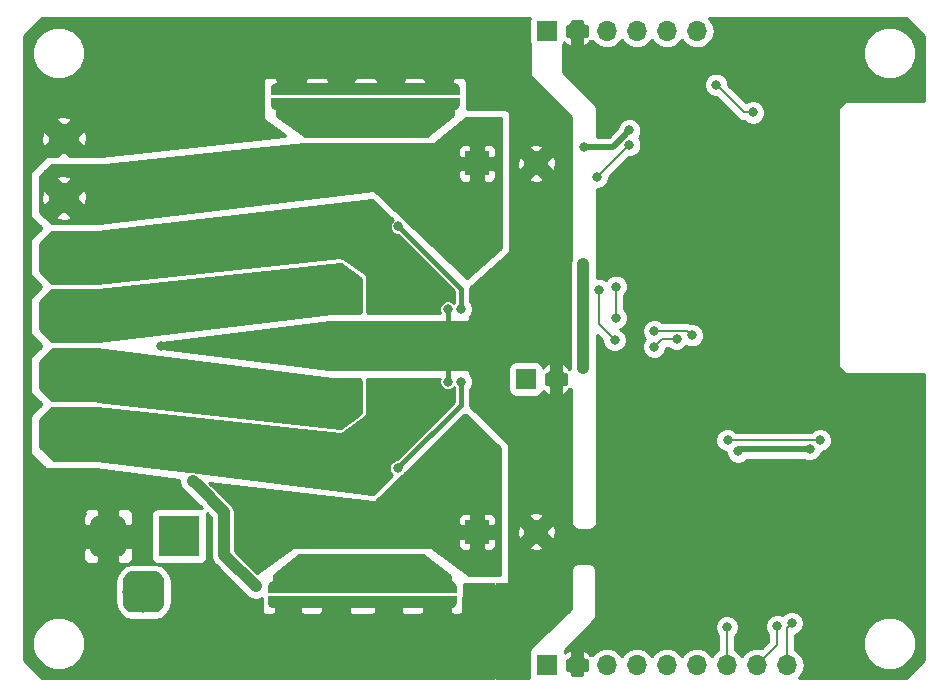
<source format=gbr>
G04 #@! TF.GenerationSoftware,KiCad,Pcbnew,5.0.1-33cea8e~68~ubuntu16.04.1*
G04 #@! TF.CreationDate,2018-10-28T17:52:41-07:00*
G04 #@! TF.ProjectId,wifistepper,77696669737465707065722E6B696361,rev?*
G04 #@! TF.SameCoordinates,Original*
G04 #@! TF.FileFunction,Copper,L2,Bot,Signal*
G04 #@! TF.FilePolarity,Positive*
%FSLAX46Y46*%
G04 Gerber Fmt 4.6, Leading zero omitted, Abs format (unit mm)*
G04 Created by KiCad (PCBNEW 5.0.1-33cea8e~68~ubuntu16.04.1) date Sun 28 Oct 2018 05:52:41 PM PDT*
%MOMM*%
%LPD*%
G01*
G04 APERTURE LIST*
G04 #@! TA.AperFunction,SMDPad,CuDef*
%ADD10C,1.000000*%
G04 #@! TD*
G04 #@! TA.AperFunction,Conductor*
%ADD11C,0.100000*%
G04 #@! TD*
G04 #@! TA.AperFunction,ComponentPad*
%ADD12R,3.500000X3.500000*%
G04 #@! TD*
G04 #@! TA.AperFunction,ComponentPad*
%ADD13C,3.000000*%
G04 #@! TD*
G04 #@! TA.AperFunction,ComponentPad*
%ADD14C,3.500000*%
G04 #@! TD*
G04 #@! TA.AperFunction,ComponentPad*
%ADD15R,1.700000X1.700000*%
G04 #@! TD*
G04 #@! TA.AperFunction,ComponentPad*
%ADD16O,1.700000X1.700000*%
G04 #@! TD*
G04 #@! TA.AperFunction,ComponentPad*
%ADD17C,2.000000*%
G04 #@! TD*
G04 #@! TA.AperFunction,ComponentPad*
%ADD18R,2.000000X2.000000*%
G04 #@! TD*
G04 #@! TA.AperFunction,ComponentPad*
%ADD19R,2.600000X2.600000*%
G04 #@! TD*
G04 #@! TA.AperFunction,ComponentPad*
%ADD20C,2.600000*%
G04 #@! TD*
G04 #@! TA.AperFunction,ViaPad*
%ADD21C,0.800000*%
G04 #@! TD*
G04 #@! TA.AperFunction,Conductor*
%ADD22C,1.000000*%
G04 #@! TD*
G04 #@! TA.AperFunction,Conductor*
%ADD23C,0.500000*%
G04 #@! TD*
G04 #@! TA.AperFunction,Conductor*
%ADD24C,0.400000*%
G04 #@! TD*
G04 #@! TA.AperFunction,Conductor*
%ADD25C,0.200000*%
G04 #@! TD*
G04 #@! TA.AperFunction,Conductor*
%ADD26C,0.250000*%
G04 #@! TD*
G04 APERTURE END LIST*
D10*
G04 #@! TO.P,JP1,2*
G04 #@! TO.N,GND*
X63373000Y-68042000D03*
D11*
G04 #@! TD*
G04 #@! TO.N,GND*
G04 #@! TO.C,JP1*
G36*
X55373602Y-68042000D02*
X55373602Y-68017466D01*
X55378412Y-67968635D01*
X55387984Y-67920510D01*
X55402228Y-67873555D01*
X55421005Y-67828222D01*
X55444136Y-67784949D01*
X55471396Y-67744150D01*
X55502524Y-67706221D01*
X55537221Y-67671524D01*
X55575150Y-67640396D01*
X55615949Y-67613136D01*
X55659222Y-67590005D01*
X55704555Y-67571228D01*
X55751510Y-67556984D01*
X55799635Y-67547412D01*
X55848466Y-67542602D01*
X55873000Y-67542602D01*
X55873000Y-67542000D01*
X70873000Y-67542000D01*
X70873000Y-67542602D01*
X70897534Y-67542602D01*
X70946365Y-67547412D01*
X70994490Y-67556984D01*
X71041445Y-67571228D01*
X71086778Y-67590005D01*
X71130051Y-67613136D01*
X71170850Y-67640396D01*
X71208779Y-67671524D01*
X71243476Y-67706221D01*
X71274604Y-67744150D01*
X71301864Y-67784949D01*
X71324995Y-67828222D01*
X71343772Y-67873555D01*
X71358016Y-67920510D01*
X71367588Y-67968635D01*
X71372398Y-68017466D01*
X71372398Y-68042000D01*
X71373000Y-68042000D01*
X71373000Y-68542000D01*
X55373000Y-68542000D01*
X55373000Y-68042000D01*
X55373602Y-68042000D01*
X55373602Y-68042000D01*
G37*
D10*
G04 #@! TO.P,JP1,1*
G04 #@! TO.N,Net-(JP1-Pad1)*
X63373000Y-69342000D03*
D11*
G04 #@! TD*
G04 #@! TO.N,Net-(JP1-Pad1)*
G04 #@! TO.C,JP1*
G36*
X71373000Y-68842000D02*
X71373000Y-69342000D01*
X71372398Y-69342000D01*
X71372398Y-69366534D01*
X71367588Y-69415365D01*
X71358016Y-69463490D01*
X71343772Y-69510445D01*
X71324995Y-69555778D01*
X71301864Y-69599051D01*
X71274604Y-69639850D01*
X71243476Y-69677779D01*
X71208779Y-69712476D01*
X71170850Y-69743604D01*
X71130051Y-69770864D01*
X71086778Y-69793995D01*
X71041445Y-69812772D01*
X70994490Y-69827016D01*
X70946365Y-69836588D01*
X70897534Y-69841398D01*
X70873000Y-69841398D01*
X70873000Y-69842000D01*
X55873000Y-69842000D01*
X55873000Y-69841398D01*
X55848466Y-69841398D01*
X55799635Y-69836588D01*
X55751510Y-69827016D01*
X55704555Y-69812772D01*
X55659222Y-69793995D01*
X55615949Y-69770864D01*
X55575150Y-69743604D01*
X55537221Y-69712476D01*
X55502524Y-69677779D01*
X55471396Y-69639850D01*
X55444136Y-69599051D01*
X55421005Y-69555778D01*
X55402228Y-69510445D01*
X55387984Y-69463490D01*
X55378412Y-69415365D01*
X55373602Y-69366534D01*
X55373602Y-69342000D01*
X55373000Y-69342000D01*
X55373000Y-68842000D01*
X71373000Y-68842000D01*
X71373000Y-68842000D01*
G37*
D10*
G04 #@! TO.P,JP2,2*
G04 #@! TO.N,GND*
X63119000Y-111521000D03*
D11*
G04 #@! TD*
G04 #@! TO.N,GND*
G04 #@! TO.C,JP2*
G36*
X71118398Y-111521000D02*
X71118398Y-111545534D01*
X71113588Y-111594365D01*
X71104016Y-111642490D01*
X71089772Y-111689445D01*
X71070995Y-111734778D01*
X71047864Y-111778051D01*
X71020604Y-111818850D01*
X70989476Y-111856779D01*
X70954779Y-111891476D01*
X70916850Y-111922604D01*
X70876051Y-111949864D01*
X70832778Y-111972995D01*
X70787445Y-111991772D01*
X70740490Y-112006016D01*
X70692365Y-112015588D01*
X70643534Y-112020398D01*
X70619000Y-112020398D01*
X70619000Y-112021000D01*
X55619000Y-112021000D01*
X55619000Y-112020398D01*
X55594466Y-112020398D01*
X55545635Y-112015588D01*
X55497510Y-112006016D01*
X55450555Y-111991772D01*
X55405222Y-111972995D01*
X55361949Y-111949864D01*
X55321150Y-111922604D01*
X55283221Y-111891476D01*
X55248524Y-111856779D01*
X55217396Y-111818850D01*
X55190136Y-111778051D01*
X55167005Y-111734778D01*
X55148228Y-111689445D01*
X55133984Y-111642490D01*
X55124412Y-111594365D01*
X55119602Y-111545534D01*
X55119602Y-111521000D01*
X55119000Y-111521000D01*
X55119000Y-111021000D01*
X71119000Y-111021000D01*
X71119000Y-111521000D01*
X71118398Y-111521000D01*
X71118398Y-111521000D01*
G37*
D10*
G04 #@! TO.P,JP2,1*
G04 #@! TO.N,Net-(JP2-Pad1)*
X63119000Y-110221000D03*
D11*
G04 #@! TD*
G04 #@! TO.N,Net-(JP2-Pad1)*
G04 #@! TO.C,JP2*
G36*
X55119000Y-110721000D02*
X55119000Y-110221000D01*
X55119602Y-110221000D01*
X55119602Y-110196466D01*
X55124412Y-110147635D01*
X55133984Y-110099510D01*
X55148228Y-110052555D01*
X55167005Y-110007222D01*
X55190136Y-109963949D01*
X55217396Y-109923150D01*
X55248524Y-109885221D01*
X55283221Y-109850524D01*
X55321150Y-109819396D01*
X55361949Y-109792136D01*
X55405222Y-109769005D01*
X55450555Y-109750228D01*
X55497510Y-109735984D01*
X55545635Y-109726412D01*
X55594466Y-109721602D01*
X55619000Y-109721602D01*
X55619000Y-109721000D01*
X70619000Y-109721000D01*
X70619000Y-109721602D01*
X70643534Y-109721602D01*
X70692365Y-109726412D01*
X70740490Y-109735984D01*
X70787445Y-109750228D01*
X70832778Y-109769005D01*
X70876051Y-109792136D01*
X70916850Y-109819396D01*
X70954779Y-109850524D01*
X70989476Y-109885221D01*
X71020604Y-109923150D01*
X71047864Y-109963949D01*
X71070995Y-110007222D01*
X71089772Y-110052555D01*
X71104016Y-110099510D01*
X71113588Y-110147635D01*
X71118398Y-110196466D01*
X71118398Y-110221000D01*
X71119000Y-110221000D01*
X71119000Y-110721000D01*
X55119000Y-110721000D01*
X55119000Y-110721000D01*
G37*
D12*
G04 #@! TO.P,J1,1*
G04 #@! TO.N,VIN*
X47592500Y-105918000D03*
D11*
G04 #@! TD*
G04 #@! TO.N,GND*
G04 #@! TO.C,J1*
G36*
X42416013Y-104171611D02*
X42488818Y-104182411D01*
X42560214Y-104200295D01*
X42629513Y-104225090D01*
X42696048Y-104256559D01*
X42759178Y-104294398D01*
X42818295Y-104338242D01*
X42872830Y-104387670D01*
X42922258Y-104442205D01*
X42966102Y-104501322D01*
X43003941Y-104564452D01*
X43035410Y-104630987D01*
X43060205Y-104700286D01*
X43078089Y-104771682D01*
X43088889Y-104844487D01*
X43092500Y-104918000D01*
X43092500Y-106918000D01*
X43088889Y-106991513D01*
X43078089Y-107064318D01*
X43060205Y-107135714D01*
X43035410Y-107205013D01*
X43003941Y-107271548D01*
X42966102Y-107334678D01*
X42922258Y-107393795D01*
X42872830Y-107448330D01*
X42818295Y-107497758D01*
X42759178Y-107541602D01*
X42696048Y-107579441D01*
X42629513Y-107610910D01*
X42560214Y-107635705D01*
X42488818Y-107653589D01*
X42416013Y-107664389D01*
X42342500Y-107668000D01*
X40842500Y-107668000D01*
X40768987Y-107664389D01*
X40696182Y-107653589D01*
X40624786Y-107635705D01*
X40555487Y-107610910D01*
X40488952Y-107579441D01*
X40425822Y-107541602D01*
X40366705Y-107497758D01*
X40312170Y-107448330D01*
X40262742Y-107393795D01*
X40218898Y-107334678D01*
X40181059Y-107271548D01*
X40149590Y-107205013D01*
X40124795Y-107135714D01*
X40106911Y-107064318D01*
X40096111Y-106991513D01*
X40092500Y-106918000D01*
X40092500Y-104918000D01*
X40096111Y-104844487D01*
X40106911Y-104771682D01*
X40124795Y-104700286D01*
X40149590Y-104630987D01*
X40181059Y-104564452D01*
X40218898Y-104501322D01*
X40262742Y-104442205D01*
X40312170Y-104387670D01*
X40366705Y-104338242D01*
X40425822Y-104294398D01*
X40488952Y-104256559D01*
X40555487Y-104225090D01*
X40624786Y-104200295D01*
X40696182Y-104182411D01*
X40768987Y-104171611D01*
X40842500Y-104168000D01*
X42342500Y-104168000D01*
X42416013Y-104171611D01*
X42416013Y-104171611D01*
G37*
D13*
G04 #@! TO.P,J1,2*
G04 #@! TO.N,GND*
X41592500Y-105918000D03*
D11*
G04 #@! TD*
G04 #@! TO.N,N/C*
G04 #@! TO.C,J1*
G36*
X45553265Y-108872213D02*
X45638204Y-108884813D01*
X45721499Y-108905677D01*
X45802348Y-108934605D01*
X45879972Y-108971319D01*
X45953624Y-109015464D01*
X46022594Y-109066616D01*
X46086218Y-109124282D01*
X46143884Y-109187906D01*
X46195036Y-109256876D01*
X46239181Y-109330528D01*
X46275895Y-109408152D01*
X46304823Y-109489001D01*
X46325687Y-109572296D01*
X46338287Y-109657235D01*
X46342500Y-109743000D01*
X46342500Y-111493000D01*
X46338287Y-111578765D01*
X46325687Y-111663704D01*
X46304823Y-111746999D01*
X46275895Y-111827848D01*
X46239181Y-111905472D01*
X46195036Y-111979124D01*
X46143884Y-112048094D01*
X46086218Y-112111718D01*
X46022594Y-112169384D01*
X45953624Y-112220536D01*
X45879972Y-112264681D01*
X45802348Y-112301395D01*
X45721499Y-112330323D01*
X45638204Y-112351187D01*
X45553265Y-112363787D01*
X45467500Y-112368000D01*
X43717500Y-112368000D01*
X43631735Y-112363787D01*
X43546796Y-112351187D01*
X43463501Y-112330323D01*
X43382652Y-112301395D01*
X43305028Y-112264681D01*
X43231376Y-112220536D01*
X43162406Y-112169384D01*
X43098782Y-112111718D01*
X43041116Y-112048094D01*
X42989964Y-111979124D01*
X42945819Y-111905472D01*
X42909105Y-111827848D01*
X42880177Y-111746999D01*
X42859313Y-111663704D01*
X42846713Y-111578765D01*
X42842500Y-111493000D01*
X42842500Y-109743000D01*
X42846713Y-109657235D01*
X42859313Y-109572296D01*
X42880177Y-109489001D01*
X42909105Y-109408152D01*
X42945819Y-109330528D01*
X42989964Y-109256876D01*
X43041116Y-109187906D01*
X43098782Y-109124282D01*
X43162406Y-109066616D01*
X43231376Y-109015464D01*
X43305028Y-108971319D01*
X43382652Y-108934605D01*
X43463501Y-108905677D01*
X43546796Y-108884813D01*
X43631735Y-108872213D01*
X43717500Y-108868000D01*
X45467500Y-108868000D01*
X45553265Y-108872213D01*
X45553265Y-108872213D01*
G37*
D14*
G04 #@! TO.P,J1,3*
G04 #@! TO.N,N/C*
X44592500Y-110618000D03*
G04 #@! TD*
D15*
G04 #@! TO.P,J3,1*
G04 #@! TO.N,+3V3*
X78740000Y-63119000D03*
D16*
G04 #@! TO.P,J3,2*
G04 #@! TO.N,GND*
X81280000Y-63119000D03*
G04 #@! TO.P,J3,3*
G04 #@! TO.N,SM_SW*
X83820000Y-63119000D03*
G04 #@! TO.P,J3,4*
G04 #@! TO.N,SM_STCLK*
X86360000Y-63119000D03*
G04 #@! TO.P,J3,5*
G04 #@! TO.N,SM_FLAG*
X88900000Y-63119000D03*
G04 #@! TO.P,J3,6*
G04 #@! TO.N,SM_BUSY*
X91440000Y-63119000D03*
G04 #@! TD*
D17*
G04 #@! TO.P,C10,2*
G04 #@! TO.N,GND*
X77834500Y-105537000D03*
D18*
G04 #@! TO.P,C10,1*
G04 #@! TO.N,VIN*
X72834500Y-105537000D03*
G04 #@! TD*
G04 #@! TO.P,C11,1*
G04 #@! TO.N,VIN*
X72834500Y-74358500D03*
D17*
G04 #@! TO.P,C11,2*
G04 #@! TO.N,GND*
X77834500Y-74358500D03*
G04 #@! TD*
D19*
G04 #@! TO.P,J2,1*
G04 #@! TO.N,OUTB2*
X37846000Y-97263000D03*
D20*
G04 #@! TO.P,J2,2*
G04 #@! TO.N,OUTB1*
X37846000Y-92263000D03*
G04 #@! TO.P,J2,3*
G04 #@! TO.N,OUTA1*
X37846000Y-87263000D03*
G04 #@! TO.P,J2,4*
G04 #@! TO.N,OUTA2*
X37846000Y-82263000D03*
G04 #@! TO.P,J2,5*
G04 #@! TO.N,VIN*
X37846000Y-77263000D03*
G04 #@! TO.P,J2,6*
G04 #@! TO.N,GND*
X37846000Y-72263000D03*
G04 #@! TD*
D15*
G04 #@! TO.P,J4,1*
G04 #@! TO.N,+3V3*
X78740000Y-116840000D03*
D16*
G04 #@! TO.P,J4,2*
G04 #@! TO.N,GND*
X81280000Y-116840000D03*
G04 #@! TO.P,J4,3*
G04 #@! TO.N,AUTH_SCK*
X83820000Y-116840000D03*
G04 #@! TO.P,J4,4*
G04 #@! TO.N,AUTH_SDA*
X86360000Y-116840000D03*
G04 #@! TO.P,J4,5*
G04 #@! TO.N,WIFI_RST*
X88900000Y-116840000D03*
G04 #@! TO.P,J4,6*
G04 #@! TO.N,WIFI_ADC*
X91440000Y-116840000D03*
G04 #@! TO.P,J4,7*
G04 #@! TO.N,PROG_BOOT*
X93980000Y-116840000D03*
G04 #@! TO.P,J4,8*
G04 #@! TO.N,PROG_RX*
X96520000Y-116840000D03*
G04 #@! TO.P,J4,9*
G04 #@! TO.N,PROG_TX*
X99060000Y-116840000D03*
G04 #@! TD*
D15*
G04 #@! TO.P,J5,1*
G04 #@! TO.N,VIN*
X76962000Y-92608400D03*
D16*
G04 #@! TO.P,J5,2*
G04 #@! TO.N,GND*
X79502000Y-92608400D03*
G04 #@! TD*
D21*
G04 #@! TO.N,GND*
X65405000Y-91249500D03*
G04 #@! TO.N,+3V3*
X48768000Y-101219000D03*
X54102000Y-110172500D03*
X101028500Y-98551998D03*
X81851500Y-72961500D03*
X85725000Y-71564498D03*
X81838800Y-82905598D03*
X81838800Y-87985604D03*
X81838800Y-91643202D03*
X94932500Y-98742500D03*
G04 #@! TO.N,GND*
X99377500Y-81788000D03*
X97726500Y-81788000D03*
X97726500Y-83439000D03*
X97726500Y-80137000D03*
X96075500Y-81851500D03*
X99377500Y-83439000D03*
X99377500Y-80137000D03*
X96075500Y-80137000D03*
X96075500Y-83439000D03*
X61976000Y-90678000D03*
X64389000Y-90678000D03*
X64389000Y-89027000D03*
X61976000Y-89027000D03*
X63246000Y-89789000D03*
X65405000Y-89789000D03*
X60960000Y-89789000D03*
X63246000Y-91313000D03*
X63246000Y-88201500D03*
X60960000Y-91313000D03*
X65405000Y-88201500D03*
X60960000Y-88201500D03*
X85407500Y-106502200D03*
X84569300Y-101892100D03*
X87947500Y-97129600D03*
X55626000Y-90297000D03*
X54610000Y-90868500D03*
X70358000Y-86677500D03*
X70358000Y-92837000D03*
X87376000Y-104394000D03*
X87947500Y-99123500D03*
X87947500Y-101346000D03*
X76327000Y-100330000D03*
X80073500Y-100330000D03*
X76327000Y-108712000D03*
X77216000Y-101854000D03*
X102108000Y-94615000D03*
X97155000Y-91503500D03*
X90995500Y-72009000D03*
X93154500Y-65913000D03*
X97536000Y-108331000D03*
X89979500Y-110109000D03*
X95885000Y-110045500D03*
X87630000Y-114300000D03*
X92265500Y-112839500D03*
X110045500Y-109982000D03*
X91770518Y-97713482D03*
X89027000Y-73850500D03*
X87566500Y-75184000D03*
X87566500Y-77495400D03*
X87566500Y-79806800D03*
X87566500Y-82118200D03*
X87566500Y-84429600D03*
X86207600Y-86918800D03*
X89027000Y-85547200D03*
X89027000Y-82804000D03*
X89027000Y-79819500D03*
X89027000Y-76835000D03*
X97790000Y-62484000D03*
X104648000Y-64389000D03*
X105473500Y-67373500D03*
X102235000Y-64008000D03*
X110045500Y-67373500D03*
X85725000Y-112903000D03*
X88011000Y-111506000D03*
X46076490Y-89789000D03*
X47903510Y-89789000D03*
X86614000Y-95631000D03*
X84455000Y-95694500D03*
X110109000Y-93980000D03*
X108267500Y-95377000D03*
X110109000Y-96710500D03*
X108331000Y-98298000D03*
X109982000Y-100012500D03*
X108204000Y-101536500D03*
X106172000Y-103251000D03*
X110045500Y-103568500D03*
X108013500Y-105092500D03*
X106172000Y-106553000D03*
X110109000Y-106870500D03*
X108077000Y-108267500D03*
X106172000Y-110045500D03*
X104394000Y-111950500D03*
X102489000Y-113982500D03*
X108013500Y-111442500D03*
X102108000Y-116332000D03*
X104648000Y-113982500D03*
X104394000Y-116967000D03*
X92646500Y-110045500D03*
X90868500Y-111633000D03*
X89281000Y-112966500D03*
X94107000Y-111696500D03*
X98806000Y-110045500D03*
X96901000Y-111506000D03*
X103251000Y-92202000D03*
X78168500Y-100330000D03*
X79121000Y-101854000D03*
X76327000Y-103378000D03*
X78232000Y-103441500D03*
X80010000Y-103441500D03*
X80010000Y-105537000D03*
X79819500Y-107315000D03*
X77851000Y-107759500D03*
X79184500Y-108775500D03*
X87782400Y-86512400D03*
X77774800Y-88950800D03*
X100584000Y-62484000D03*
X103759000Y-62484000D03*
X99314000Y-64008000D03*
X40640000Y-62865000D03*
X43307000Y-62865000D03*
X46101000Y-62865000D03*
X48768000Y-62865000D03*
X57023000Y-62865000D03*
X51562000Y-62865000D03*
X54229000Y-62865000D03*
X59690000Y-62865000D03*
X67945000Y-62865000D03*
X62484000Y-62865000D03*
X76073000Y-62865000D03*
X73406000Y-62865000D03*
X65151000Y-62865000D03*
X70612000Y-62865000D03*
X44704000Y-64516000D03*
X52832000Y-64516000D03*
X55626000Y-64516000D03*
X50165000Y-64516000D03*
X63754000Y-64516000D03*
X58293000Y-64516000D03*
X41910000Y-64516000D03*
X66548000Y-64516000D03*
X72009000Y-64516000D03*
X47371000Y-64516000D03*
X61087000Y-64516000D03*
X74676000Y-64516000D03*
X69215000Y-64516000D03*
X54229000Y-66167000D03*
X62484000Y-66167000D03*
X70612000Y-66167000D03*
X40640000Y-66167000D03*
X76073000Y-66167000D03*
X46101000Y-66167000D03*
X43307000Y-66167000D03*
X59690000Y-66167000D03*
X65151000Y-66167000D03*
X73406000Y-66167000D03*
X67945000Y-66167000D03*
X48768000Y-66167000D03*
X57023000Y-66167000D03*
X51562000Y-66167000D03*
X42545000Y-117221000D03*
X50673000Y-117221000D03*
X53467000Y-117221000D03*
X48006000Y-117221000D03*
X61595000Y-117221000D03*
X56134000Y-117221000D03*
X39751000Y-117221000D03*
X64389000Y-117221000D03*
X69850000Y-117221000D03*
X45212000Y-117221000D03*
X58928000Y-117221000D03*
X72517000Y-117221000D03*
X67056000Y-117221000D03*
X61722000Y-113792000D03*
X72644000Y-113792000D03*
X69977000Y-113792000D03*
X45339000Y-113792000D03*
X48133000Y-113792000D03*
X67183000Y-113792000D03*
X42672000Y-113792000D03*
X50800000Y-113792000D03*
X56261000Y-113792000D03*
X53594000Y-113792000D03*
X64516000Y-113792000D03*
X59055000Y-113792000D03*
X68580000Y-115443000D03*
X63119000Y-115443000D03*
X71247000Y-115443000D03*
X49403000Y-115443000D03*
X65786000Y-115443000D03*
X60325000Y-115443000D03*
X54864000Y-115443000D03*
X57658000Y-115443000D03*
X46736000Y-115443000D03*
X41275000Y-115443000D03*
X43942000Y-115443000D03*
X52197000Y-115443000D03*
X75184000Y-113665000D03*
X73914000Y-115443000D03*
X75311000Y-117094000D03*
X76835000Y-111887000D03*
X74041000Y-111887000D03*
X76708000Y-114935000D03*
X35433000Y-101219000D03*
X35433000Y-104013000D03*
X35433000Y-106934000D03*
X35433000Y-110109000D03*
X37465000Y-108331000D03*
X37465000Y-105410000D03*
X37465000Y-102616000D03*
X37465000Y-111506000D03*
X39370000Y-110109000D03*
X39370000Y-101219000D03*
X39370000Y-104013000D03*
X39370000Y-106934000D03*
X40894000Y-111887000D03*
X35433000Y-112395000D03*
X41656000Y-108712000D03*
X47498000Y-111760000D03*
X50038000Y-111760000D03*
X41910000Y-67818000D03*
X44704000Y-67818000D03*
X38989000Y-67945000D03*
X47498000Y-67945000D03*
X45974000Y-69723000D03*
X43180000Y-69850000D03*
X40259000Y-69850000D03*
X41529000Y-71882000D03*
X44196000Y-71882000D03*
X36957000Y-69469000D03*
X35306000Y-67818000D03*
X50038000Y-67945000D03*
X52705000Y-67945000D03*
X48768000Y-69723000D03*
X51562000Y-69723000D03*
X53848000Y-69723000D03*
X47244000Y-71755000D03*
X49657000Y-71628000D03*
X52197000Y-71628000D03*
X54610000Y-71628000D03*
X74676000Y-67945000D03*
X72771000Y-68834000D03*
X76835000Y-68453000D03*
X79375000Y-70739000D03*
X78105000Y-72136000D03*
X79883000Y-73279000D03*
X76835000Y-76581000D03*
X76835000Y-78994000D03*
X77216000Y-82042000D03*
X79883000Y-78867000D03*
X78359000Y-77597000D03*
X79629000Y-76073000D03*
X77216000Y-70485000D03*
X78359000Y-80264000D03*
X35052000Y-94742000D03*
X34988500Y-89789000D03*
X34988500Y-84772500D03*
X35115500Y-73215500D03*
G04 #@! TO.N,VIN*
X51625500Y-102235000D03*
X56134000Y-102806500D03*
X52895500Y-106616500D03*
X53848000Y-108013500D03*
X55880000Y-106680000D03*
X52832000Y-103695500D03*
X53467000Y-102425500D03*
X53594000Y-104902000D03*
X55626000Y-104648000D03*
X68707000Y-99568000D03*
X70294500Y-102997000D03*
X74104500Y-100012500D03*
X69342000Y-100965000D03*
X70802500Y-99695000D03*
X72517000Y-101092000D03*
X73914000Y-102171500D03*
X72199500Y-102933500D03*
X68516500Y-79946500D03*
X74104500Y-80327500D03*
X70294500Y-80454500D03*
X70358000Y-76835000D03*
X69532500Y-78486000D03*
X71310500Y-78930500D03*
X73279000Y-78676500D03*
X72009000Y-77216000D03*
X70993000Y-107442000D03*
X70866000Y-104457500D03*
X70802500Y-72199500D03*
X70802500Y-74358500D03*
X72834500Y-71120000D03*
X56388000Y-76771500D03*
X49974500Y-74993500D03*
X46545500Y-75120500D03*
X43370500Y-75057000D03*
X40195500Y-75120500D03*
X40703500Y-78676500D03*
X44704000Y-78422500D03*
X48704500Y-77787500D03*
X52705000Y-77343000D03*
X42608500Y-77533500D03*
X46672500Y-77152500D03*
X72390000Y-108204000D03*
X53022500Y-75184000D03*
X44767500Y-76263500D03*
X48133000Y-76136500D03*
X50736500Y-76581000D03*
X54483000Y-76009500D03*
X41211500Y-76454000D03*
X72707500Y-99441000D03*
X70866000Y-101473000D03*
X73977500Y-108204000D03*
X73406000Y-103695500D03*
X70358000Y-105981500D03*
X54610000Y-103441500D03*
X54419500Y-106045000D03*
X72263000Y-80454500D03*
X73914000Y-76898500D03*
X74231500Y-72263000D03*
X72199500Y-72580500D03*
X71056500Y-81978500D03*
X73279000Y-81915000D03*
X72072500Y-83185000D03*
X72199500Y-98107500D03*
X71818500Y-96647000D03*
X70231000Y-98107500D03*
X73850500Y-98425000D03*
G04 #@! TO.N,SM_RST*
X96202500Y-70040500D03*
X93091000Y-67691000D03*
X82992990Y-75501500D03*
X85724998Y-72771000D03*
G04 #@! TO.N,Net-(D5-Pad1)*
X101878500Y-97790000D03*
X94043500Y-97790000D03*
G04 #@! TO.N,OUTA1*
X61849000Y-85471000D03*
X62484000Y-86487000D03*
X61341000Y-86487000D03*
X62484000Y-84582000D03*
X61341000Y-84582000D03*
X55308500Y-86042500D03*
X56515001Y-86438990D03*
G04 #@! TO.N,OUTA2*
X64643000Y-85471000D03*
X65151000Y-86487000D03*
X64008000Y-86487000D03*
X65151000Y-84582000D03*
X64008000Y-84582000D03*
X69850000Y-85788500D03*
G04 #@! TO.N,OUTB1*
X61849000Y-94107000D03*
X62484000Y-93091000D03*
X61341000Y-93091000D03*
X62484000Y-94996000D03*
X61341000Y-94996000D03*
X56515000Y-93726000D03*
X55689500Y-94551500D03*
G04 #@! TO.N,OUTB2*
X64643000Y-94107000D03*
X65151000Y-94996000D03*
X64008000Y-94996000D03*
X65151000Y-93091000D03*
X64008000Y-93091000D03*
X69850000Y-93726000D03*
G04 #@! TO.N,SM_FLAG*
X83119990Y-85039202D03*
X84480398Y-89306400D03*
G04 #@! TO.N,AUTH_SCK*
X87835608Y-89881717D03*
X89727010Y-89217504D03*
G04 #@! TO.N,PROG_RX*
X98234501Y-113538000D03*
G04 #@! TO.N,PROG_TX*
X99492232Y-113270234D03*
G04 #@! TO.N,PROG_BOOT*
X93980000Y-113600000D03*
G04 #@! TO.N,SM_CLK*
X84582000Y-84785200D03*
X84582000Y-87426800D03*
G04 #@! TO.N,SM_CS*
X91022846Y-88910118D03*
X87833200Y-88544400D03*
G04 #@! TO.N,Net-(JP1-Pad1)*
X58039000Y-70739000D03*
X59372500Y-70739000D03*
X60706000Y-70739000D03*
X62039500Y-70739000D03*
X63373000Y-70739000D03*
X64706500Y-70739000D03*
X66040000Y-70739000D03*
X67373500Y-70739000D03*
X68707000Y-70739000D03*
X58737500Y-71501000D03*
X60071000Y-71501000D03*
X61404500Y-71501000D03*
X62738000Y-71501000D03*
X64071500Y-71501000D03*
X65405000Y-71501000D03*
X66738500Y-71501000D03*
X68072000Y-71501000D03*
X71437500Y-86677500D03*
X66167000Y-79692500D03*
G04 #@! TO.N,Net-(JP2-Pad1)*
X61023500Y-108013500D03*
X59690000Y-108013500D03*
X58356500Y-108013500D03*
X68389500Y-108775500D03*
X67056000Y-108775500D03*
X65722500Y-108775500D03*
X64389000Y-108775500D03*
X63055500Y-108775500D03*
X61722000Y-108775500D03*
X60388500Y-108775500D03*
X59055000Y-108775500D03*
X57721500Y-108775500D03*
X67691000Y-108013500D03*
X66357500Y-108013500D03*
X65024000Y-108013500D03*
X63690500Y-108013500D03*
X62357000Y-108013500D03*
X71437500Y-92837000D03*
X66103500Y-100139500D03*
G04 #@! TD*
D22*
G04 #@! TO.N,+3V3*
X48768000Y-101219000D02*
X49167999Y-101618999D01*
X49167999Y-101618999D02*
X51435000Y-103886000D01*
X51435000Y-107505500D02*
X54102000Y-110172500D01*
X51435000Y-103886000D02*
X51435000Y-107505500D01*
D23*
X81851500Y-72961500D02*
X84327998Y-72961500D01*
X84327998Y-72961500D02*
X85325001Y-71964497D01*
X85325001Y-71964497D02*
X85725000Y-71564498D01*
D22*
X81838800Y-82905598D02*
X81838800Y-87985604D01*
X81838800Y-88551289D02*
X81838800Y-91643202D01*
X81838800Y-87985604D02*
X81838800Y-88551289D01*
D23*
X101028500Y-98551998D02*
X95123002Y-98551998D01*
X95123002Y-98551998D02*
X94932500Y-98742500D01*
D24*
G04 #@! TO.N,GND*
X70358000Y-86677500D02*
X70358000Y-87820500D01*
X70358000Y-92837000D02*
X70358000Y-91567000D01*
D25*
G04 #@! TO.N,SM_RST*
X96202500Y-70040500D02*
X95440500Y-70040500D01*
X95440500Y-70040500D02*
X93490999Y-68090999D01*
X93490999Y-68090999D02*
X93091000Y-67691000D01*
X82992990Y-75501500D02*
X85723490Y-72771000D01*
X85723490Y-72771000D02*
X85724998Y-72771000D01*
G04 #@! TO.N,Net-(D5-Pad1)*
X101878500Y-97790000D02*
X94043500Y-97790000D01*
D24*
G04 #@! TO.N,OUTA2*
X69850000Y-85788500D02*
X66103500Y-85788500D01*
G04 #@! TO.N,OUTB2*
X66357500Y-92773500D02*
X65405000Y-93726000D01*
X68897500Y-92773500D02*
X66357500Y-92773500D01*
X69850000Y-93726000D02*
X68897500Y-92773500D01*
D25*
G04 #@! TO.N,SM_FLAG*
X83119990Y-85039202D02*
X83119990Y-87945992D01*
X83119990Y-87945992D02*
X84080399Y-88906401D01*
X84080399Y-88906401D02*
X84480398Y-89306400D01*
G04 #@! TO.N,AUTH_SCK*
X87835608Y-89881717D02*
X88499821Y-89217504D01*
X88499821Y-89217504D02*
X89161325Y-89217504D01*
X89161325Y-89217504D02*
X89727010Y-89217504D01*
G04 #@! TO.N,PROG_RX*
X98234500Y-113538001D02*
X98234501Y-113538000D01*
X98234500Y-115125500D02*
X98234500Y-113538001D01*
X96520000Y-116840000D02*
X98234500Y-115125500D01*
G04 #@! TO.N,PROG_TX*
X99092233Y-113670233D02*
X99492232Y-113270234D01*
X99060000Y-113702466D02*
X99092233Y-113670233D01*
X99060000Y-116840000D02*
X99060000Y-113702466D01*
G04 #@! TO.N,PROG_BOOT*
X93980000Y-113600000D02*
X93980000Y-116840000D01*
G04 #@! TO.N,SM_CLK*
X84582000Y-84785200D02*
X84582000Y-87426800D01*
G04 #@! TO.N,SM_CS*
X91022846Y-88910118D02*
X90622847Y-88510119D01*
X90622847Y-88510119D02*
X87867481Y-88510119D01*
X87867481Y-88510119D02*
X87833200Y-88544400D01*
D24*
G04 #@! TO.N,Net-(JP1-Pad1)*
X66566999Y-80092499D02*
X66167000Y-79692500D01*
X71437500Y-84963000D02*
X66566999Y-80092499D01*
X71437500Y-86677500D02*
X71437500Y-84963000D01*
G04 #@! TO.N,Net-(JP2-Pad1)*
X71437500Y-92837000D02*
X71437500Y-94805500D01*
X66503499Y-99739501D02*
X66103500Y-100139500D01*
X71437500Y-94805500D02*
X66503499Y-99739501D01*
G04 #@! TD*
D26*
G04 #@! TO.N,GND*
G36*
X77252756Y-62269000D02*
X77252756Y-63969000D01*
X77301263Y-64212863D01*
X77345000Y-64278320D01*
X77345000Y-66846157D01*
X77354515Y-66893992D01*
X77413094Y-67035414D01*
X77440191Y-67075967D01*
X80734451Y-70370227D01*
X80774000Y-70465707D01*
X80774000Y-82492150D01*
X80713800Y-82794796D01*
X80713801Y-87874797D01*
X80713800Y-87874802D01*
X80713800Y-88440487D01*
X80713801Y-91733398D01*
X80654092Y-91733398D01*
X80484274Y-91508010D01*
X80142723Y-91279829D01*
X79927000Y-91360010D01*
X79927000Y-92183400D01*
X80352000Y-92183400D01*
X80352000Y-93033400D01*
X79927000Y-93033400D01*
X79927000Y-93856790D01*
X80142723Y-93936971D01*
X80484274Y-93708790D01*
X80654091Y-93483402D01*
X80774000Y-93483402D01*
X80774000Y-104819157D01*
X80783515Y-104866992D01*
X80842094Y-105008414D01*
X80869191Y-105048967D01*
X81133033Y-105312809D01*
X81173586Y-105339906D01*
X81315008Y-105398485D01*
X81362843Y-105408000D01*
X82403657Y-105408000D01*
X82451492Y-105398485D01*
X82592914Y-105339906D01*
X82633467Y-105312809D01*
X82897309Y-105048967D01*
X82924406Y-105008414D01*
X82982985Y-104866992D01*
X82992500Y-104819157D01*
X82992500Y-97586115D01*
X93018500Y-97586115D01*
X93018500Y-97993885D01*
X93174547Y-98370616D01*
X93462884Y-98658953D01*
X93839615Y-98815000D01*
X93907500Y-98815000D01*
X93907500Y-98946385D01*
X94063547Y-99323116D01*
X94351884Y-99611453D01*
X94728615Y-99767500D01*
X95136385Y-99767500D01*
X95513116Y-99611453D01*
X95697571Y-99426998D01*
X100462483Y-99426998D01*
X100824615Y-99576998D01*
X101232385Y-99576998D01*
X101609116Y-99420951D01*
X101897453Y-99132614D01*
X102029013Y-98815000D01*
X102082385Y-98815000D01*
X102459116Y-98658953D01*
X102747453Y-98370616D01*
X102903500Y-97993885D01*
X102903500Y-97586115D01*
X102747453Y-97209384D01*
X102459116Y-96921047D01*
X102082385Y-96765000D01*
X101674615Y-96765000D01*
X101297884Y-96921047D01*
X101153931Y-97065000D01*
X94768069Y-97065000D01*
X94624116Y-96921047D01*
X94247385Y-96765000D01*
X93839615Y-96765000D01*
X93462884Y-96921047D01*
X93174547Y-97209384D01*
X93018500Y-97586115D01*
X82992500Y-97586115D01*
X82992500Y-88843806D01*
X83455398Y-89306705D01*
X83455398Y-89510285D01*
X83611445Y-89887016D01*
X83899782Y-90175353D01*
X84276513Y-90331400D01*
X84684283Y-90331400D01*
X85061014Y-90175353D01*
X85349351Y-89887016D01*
X85505398Y-89510285D01*
X85505398Y-89102515D01*
X85349351Y-88725784D01*
X85061014Y-88437447D01*
X84940775Y-88387642D01*
X85054550Y-88340515D01*
X86808200Y-88340515D01*
X86808200Y-88748285D01*
X86964247Y-89125016D01*
X87053494Y-89214263D01*
X86966655Y-89301101D01*
X86810608Y-89677832D01*
X86810608Y-90085602D01*
X86966655Y-90462333D01*
X87254992Y-90750670D01*
X87631723Y-90906717D01*
X88039493Y-90906717D01*
X88416224Y-90750670D01*
X88704561Y-90462333D01*
X88860608Y-90085602D01*
X88860608Y-89942504D01*
X89002441Y-89942504D01*
X89146394Y-90086457D01*
X89523125Y-90242504D01*
X89930895Y-90242504D01*
X90307626Y-90086457D01*
X90564405Y-89829678D01*
X90818961Y-89935118D01*
X91226731Y-89935118D01*
X91603462Y-89779071D01*
X91891799Y-89490734D01*
X92047846Y-89114003D01*
X92047846Y-88706233D01*
X91891799Y-88329502D01*
X91603462Y-88041165D01*
X91226731Y-87885118D01*
X90992432Y-87885118D01*
X90905728Y-87827184D01*
X90694251Y-87785119D01*
X90694247Y-87785119D01*
X90622847Y-87770917D01*
X90551447Y-87785119D01*
X88523488Y-87785119D01*
X88413816Y-87675447D01*
X88037085Y-87519400D01*
X87629315Y-87519400D01*
X87252584Y-87675447D01*
X86964247Y-87963784D01*
X86808200Y-88340515D01*
X85054550Y-88340515D01*
X85162616Y-88295753D01*
X85450953Y-88007416D01*
X85607000Y-87630685D01*
X85607000Y-87222915D01*
X85450953Y-86846184D01*
X85307000Y-86702231D01*
X85307000Y-85509769D01*
X85450953Y-85365816D01*
X85607000Y-84989085D01*
X85607000Y-84581315D01*
X85450953Y-84204584D01*
X85162616Y-83916247D01*
X84785885Y-83760200D01*
X84378115Y-83760200D01*
X84001384Y-83916247D01*
X83723994Y-84193637D01*
X83700606Y-84170249D01*
X83323875Y-84014202D01*
X82992500Y-84014202D01*
X82992500Y-76526500D01*
X83196875Y-76526500D01*
X83573606Y-76370453D01*
X83861943Y-76082116D01*
X84017990Y-75705385D01*
X84017990Y-75501804D01*
X85723795Y-73796000D01*
X85928883Y-73796000D01*
X86305614Y-73639953D01*
X86593951Y-73351616D01*
X86749998Y-72974885D01*
X86749998Y-72567115D01*
X86593951Y-72190384D01*
X86571317Y-72167750D01*
X86593953Y-72145114D01*
X86750000Y-71768383D01*
X86750000Y-71360613D01*
X86593953Y-70983882D01*
X86305616Y-70695545D01*
X85928885Y-70539498D01*
X85521115Y-70539498D01*
X85144384Y-70695545D01*
X84856047Y-70983882D01*
X84706047Y-71346014D01*
X83965562Y-72086500D01*
X82992500Y-72086500D01*
X82992500Y-69678843D01*
X82982985Y-69631008D01*
X82924406Y-69489586D01*
X82897309Y-69449033D01*
X80935391Y-67487115D01*
X92066000Y-67487115D01*
X92066000Y-67894885D01*
X92222047Y-68271616D01*
X92510384Y-68559953D01*
X92887115Y-68716000D01*
X93090696Y-68716000D01*
X94877357Y-70502661D01*
X94917805Y-70563195D01*
X95157619Y-70723435D01*
X95369096Y-70765500D01*
X95369100Y-70765500D01*
X95440500Y-70779702D01*
X95483567Y-70771136D01*
X95621884Y-70909453D01*
X95998615Y-71065500D01*
X96406385Y-71065500D01*
X96783116Y-70909453D01*
X97071453Y-70621116D01*
X97227500Y-70244385D01*
X97227500Y-69836615D01*
X97071453Y-69459884D01*
X96783116Y-69171547D01*
X96406385Y-69015500D01*
X95998615Y-69015500D01*
X95621884Y-69171547D01*
X95609368Y-69184064D01*
X94116000Y-67690696D01*
X94116000Y-67487115D01*
X93959953Y-67110384D01*
X93671616Y-66822047D01*
X93294885Y-66666000D01*
X92887115Y-66666000D01*
X92510384Y-66822047D01*
X92222047Y-67110384D01*
X92066000Y-67487115D01*
X80935391Y-67487115D01*
X80174549Y-66726273D01*
X80135000Y-66630793D01*
X80135000Y-64278320D01*
X80178737Y-64212863D01*
X80202562Y-64093085D01*
X80297726Y-64219390D01*
X80639277Y-64447571D01*
X80855000Y-64367390D01*
X80855000Y-63544000D01*
X80430000Y-63544000D01*
X80430000Y-62694000D01*
X80855000Y-62694000D01*
X80855000Y-62269000D01*
X81705000Y-62269000D01*
X81705000Y-62694000D01*
X82130000Y-62694000D01*
X82130000Y-63544000D01*
X81705000Y-63544000D01*
X81705000Y-64367390D01*
X81920723Y-64447571D01*
X82262274Y-64219390D01*
X82432091Y-63994002D01*
X82630691Y-63994002D01*
X82756585Y-64182415D01*
X83244484Y-64508419D01*
X83674730Y-64594000D01*
X83965270Y-64594000D01*
X84395516Y-64508419D01*
X84883415Y-64182415D01*
X85090000Y-63873239D01*
X85296585Y-64182415D01*
X85784484Y-64508419D01*
X86214730Y-64594000D01*
X86505270Y-64594000D01*
X86935516Y-64508419D01*
X87423415Y-64182415D01*
X87630000Y-63873239D01*
X87836585Y-64182415D01*
X88324484Y-64508419D01*
X88754730Y-64594000D01*
X89045270Y-64594000D01*
X89475516Y-64508419D01*
X89963415Y-64182415D01*
X90170000Y-63873239D01*
X90376585Y-64182415D01*
X90864484Y-64508419D01*
X91294730Y-64594000D01*
X91585270Y-64594000D01*
X91769170Y-64557420D01*
X105519500Y-64557420D01*
X105519500Y-65442580D01*
X105858236Y-66260361D01*
X106484139Y-66886264D01*
X107301920Y-67225000D01*
X108187080Y-67225000D01*
X109004861Y-66886264D01*
X109630764Y-66260361D01*
X109969500Y-65442580D01*
X109969500Y-64557420D01*
X109630764Y-63739639D01*
X109004861Y-63113736D01*
X108187080Y-62775000D01*
X107301920Y-62775000D01*
X106484139Y-63113736D01*
X105858236Y-63739639D01*
X105519500Y-64557420D01*
X91769170Y-64557420D01*
X92015516Y-64508419D01*
X92503415Y-64182415D01*
X92829419Y-63694516D01*
X92943896Y-63119000D01*
X92829419Y-62543484D01*
X92503415Y-62055585D01*
X92481587Y-62041000D01*
X109184052Y-62041000D01*
X110679000Y-63535949D01*
X110679000Y-69090000D01*
X104095843Y-69090000D01*
X104048008Y-69099515D01*
X103906586Y-69158094D01*
X103866033Y-69185191D01*
X103475191Y-69576033D01*
X103448094Y-69616586D01*
X103389515Y-69758008D01*
X103380000Y-69805843D01*
X103380000Y-91484157D01*
X103389515Y-91531992D01*
X103448094Y-91673414D01*
X103475191Y-91713967D01*
X103866033Y-92104809D01*
X103906586Y-92131906D01*
X104048008Y-92190485D01*
X104095843Y-92200000D01*
X110679001Y-92200000D01*
X110679001Y-116423050D01*
X109184052Y-117918000D01*
X100101587Y-117918000D01*
X100123415Y-117903415D01*
X100449419Y-117415516D01*
X100563896Y-116840000D01*
X100449419Y-116264484D01*
X100123415Y-115776585D01*
X99785000Y-115550463D01*
X99785000Y-114557420D01*
X105519500Y-114557420D01*
X105519500Y-115442580D01*
X105858236Y-116260361D01*
X106484139Y-116886264D01*
X107301920Y-117225000D01*
X108187080Y-117225000D01*
X109004861Y-116886264D01*
X109630764Y-116260361D01*
X109969500Y-115442580D01*
X109969500Y-114557420D01*
X109630764Y-113739639D01*
X109004861Y-113113736D01*
X108187080Y-112775000D01*
X107301920Y-112775000D01*
X106484139Y-113113736D01*
X105858236Y-113739639D01*
X105519500Y-114557420D01*
X99785000Y-114557420D01*
X99785000Y-114258417D01*
X100072848Y-114139187D01*
X100361185Y-113850850D01*
X100517232Y-113474119D01*
X100517232Y-113066349D01*
X100361185Y-112689618D01*
X100072848Y-112401281D01*
X99696117Y-112245234D01*
X99288347Y-112245234D01*
X98911616Y-112401281D01*
X98694013Y-112618884D01*
X98438386Y-112513000D01*
X98030616Y-112513000D01*
X97653885Y-112669047D01*
X97365548Y-112957384D01*
X97209501Y-113334115D01*
X97209501Y-113741885D01*
X97365548Y-114118616D01*
X97509501Y-114262569D01*
X97509500Y-114825195D01*
X96919188Y-115415507D01*
X96665270Y-115365000D01*
X96374730Y-115365000D01*
X95944484Y-115450581D01*
X95456585Y-115776585D01*
X95250000Y-116085761D01*
X95043415Y-115776585D01*
X94705000Y-115550463D01*
X94705000Y-114324569D01*
X94848953Y-114180616D01*
X95005000Y-113803885D01*
X95005000Y-113396115D01*
X94848953Y-113019384D01*
X94560616Y-112731047D01*
X94183885Y-112575000D01*
X93776115Y-112575000D01*
X93399384Y-112731047D01*
X93111047Y-113019384D01*
X92955000Y-113396115D01*
X92955000Y-113803885D01*
X93111047Y-114180616D01*
X93255000Y-114324569D01*
X93255001Y-115550463D01*
X92916585Y-115776585D01*
X92710000Y-116085761D01*
X92503415Y-115776585D01*
X92015516Y-115450581D01*
X91585270Y-115365000D01*
X91294730Y-115365000D01*
X90864484Y-115450581D01*
X90376585Y-115776585D01*
X90170000Y-116085761D01*
X89963415Y-115776585D01*
X89475516Y-115450581D01*
X89045270Y-115365000D01*
X88754730Y-115365000D01*
X88324484Y-115450581D01*
X87836585Y-115776585D01*
X87630000Y-116085761D01*
X87423415Y-115776585D01*
X86935516Y-115450581D01*
X86505270Y-115365000D01*
X86214730Y-115365000D01*
X85784484Y-115450581D01*
X85296585Y-115776585D01*
X85090000Y-116085761D01*
X84883415Y-115776585D01*
X84395516Y-115450581D01*
X83965270Y-115365000D01*
X83674730Y-115365000D01*
X83244484Y-115450581D01*
X82756585Y-115776585D01*
X82630691Y-115964998D01*
X82432091Y-115964998D01*
X82262274Y-115739610D01*
X81920723Y-115511429D01*
X81705000Y-115591610D01*
X81705000Y-116415000D01*
X82130000Y-116415000D01*
X82130000Y-117265000D01*
X81705000Y-117265000D01*
X81705000Y-117690000D01*
X80855000Y-117690000D01*
X80855000Y-117265000D01*
X80430000Y-117265000D01*
X80430000Y-116415000D01*
X80855000Y-116415000D01*
X80855000Y-115591610D01*
X80639277Y-115511429D01*
X80297726Y-115739610D01*
X80262000Y-115787027D01*
X80262000Y-115612449D01*
X80300453Y-115518049D01*
X82836497Y-112921622D01*
X82862839Y-112881435D01*
X82919764Y-112741687D01*
X82929000Y-112694532D01*
X82929000Y-108731343D01*
X82919485Y-108683508D01*
X82860906Y-108542086D01*
X82833809Y-108501533D01*
X82633467Y-108301191D01*
X82592914Y-108274094D01*
X82451492Y-108215515D01*
X82403657Y-108206000D01*
X81299343Y-108206000D01*
X81251508Y-108215515D01*
X81110086Y-108274094D01*
X81069533Y-108301191D01*
X80869191Y-108501533D01*
X80842094Y-108542086D01*
X80783515Y-108683508D01*
X80774000Y-108731343D01*
X80774000Y-112030565D01*
X80732737Y-112127675D01*
X77317406Y-115421031D01*
X77289128Y-115462129D01*
X77227955Y-115606098D01*
X77218000Y-115654981D01*
X77218000Y-117918000D01*
X75563000Y-117918000D01*
X75563000Y-106890993D01*
X77187614Y-106890993D01*
X77310549Y-107108807D01*
X77951937Y-107189668D01*
X78358451Y-107108807D01*
X78481386Y-106890993D01*
X77834500Y-106244107D01*
X77187614Y-106890993D01*
X75563000Y-106890993D01*
X75563000Y-105654437D01*
X76181832Y-105654437D01*
X76262693Y-106060951D01*
X76480507Y-106183886D01*
X77127393Y-105537000D01*
X78541607Y-105537000D01*
X79188493Y-106183886D01*
X79406307Y-106060951D01*
X79487168Y-105419563D01*
X79406307Y-105013049D01*
X79188493Y-104890114D01*
X78541607Y-105537000D01*
X77127393Y-105537000D01*
X76480507Y-104890114D01*
X76262693Y-105013049D01*
X76181832Y-105654437D01*
X75563000Y-105654437D01*
X75563000Y-104183007D01*
X77187614Y-104183007D01*
X77834500Y-104829893D01*
X78481386Y-104183007D01*
X78358451Y-103965193D01*
X77717063Y-103884332D01*
X77310549Y-103965193D01*
X77187614Y-104183007D01*
X75563000Y-104183007D01*
X75563000Y-98256149D01*
X75553011Y-98207184D01*
X75491633Y-98063017D01*
X75463261Y-98021878D01*
X72302400Y-94982590D01*
X72262212Y-94888197D01*
X72262500Y-94886751D01*
X72262500Y-94886748D01*
X72278661Y-94805501D01*
X72262500Y-94724253D01*
X72262500Y-93461569D01*
X72306453Y-93417616D01*
X72462500Y-93040885D01*
X72462500Y-92633115D01*
X72306453Y-92256384D01*
X72261000Y-92210931D01*
X72261000Y-92084500D01*
X72251485Y-92036664D01*
X72192906Y-91895243D01*
X72165809Y-91854690D01*
X72125257Y-91827594D01*
X71983836Y-91769015D01*
X71936000Y-91759500D01*
X60341126Y-91759500D01*
X60324300Y-91758466D01*
X60323765Y-91758400D01*
X75474756Y-91758400D01*
X75474756Y-93458400D01*
X75523263Y-93702263D01*
X75661400Y-93909000D01*
X75868137Y-94047137D01*
X76112000Y-94095644D01*
X77812000Y-94095644D01*
X78055863Y-94047137D01*
X78262600Y-93909000D01*
X78400737Y-93702263D01*
X78424562Y-93582485D01*
X78519726Y-93708790D01*
X78861277Y-93936971D01*
X79077000Y-93856790D01*
X79077000Y-93033400D01*
X78652000Y-93033400D01*
X78652000Y-92183400D01*
X79077000Y-92183400D01*
X79077000Y-91360010D01*
X78861277Y-91279829D01*
X78519726Y-91508010D01*
X78424562Y-91634315D01*
X78400737Y-91514537D01*
X78262600Y-91307800D01*
X78055863Y-91169663D01*
X77812000Y-91121156D01*
X76112000Y-91121156D01*
X75868137Y-91169663D01*
X75661400Y-91307800D01*
X75523263Y-91514537D01*
X75474756Y-91758400D01*
X60323765Y-91758400D01*
X46124022Y-90006890D01*
X46060805Y-89973596D01*
X46035500Y-89906778D01*
X46035500Y-89671326D01*
X46060821Y-89604490D01*
X46124072Y-89571211D01*
X60387798Y-87819525D01*
X60404556Y-87818500D01*
X71936000Y-87818500D01*
X71983836Y-87808985D01*
X72125257Y-87750406D01*
X72165810Y-87723309D01*
X72192906Y-87682757D01*
X72251485Y-87541336D01*
X72261000Y-87493500D01*
X72261000Y-87303569D01*
X72306453Y-87258116D01*
X72462500Y-86881385D01*
X72462500Y-86473615D01*
X72306453Y-86096884D01*
X72262500Y-86052931D01*
X72262500Y-85044247D01*
X72278661Y-84963000D01*
X72271569Y-84927345D01*
X72305278Y-84851337D01*
X75519666Y-81940193D01*
X75550023Y-81898219D01*
X75615767Y-81749978D01*
X75626500Y-81699301D01*
X75626500Y-75712493D01*
X77187614Y-75712493D01*
X77310549Y-75930307D01*
X77951937Y-76011168D01*
X78358451Y-75930307D01*
X78481386Y-75712493D01*
X77834500Y-75065607D01*
X77187614Y-75712493D01*
X75626500Y-75712493D01*
X75626500Y-74475937D01*
X76181832Y-74475937D01*
X76262693Y-74882451D01*
X76480507Y-75005386D01*
X77127393Y-74358500D01*
X78541607Y-74358500D01*
X79188493Y-75005386D01*
X79406307Y-74882451D01*
X79487168Y-74241063D01*
X79406307Y-73834549D01*
X79188493Y-73711614D01*
X78541607Y-74358500D01*
X77127393Y-74358500D01*
X76480507Y-73711614D01*
X76262693Y-73834549D01*
X76181832Y-74475937D01*
X75626500Y-74475937D01*
X75626500Y-73004507D01*
X77187614Y-73004507D01*
X77834500Y-73651393D01*
X78481386Y-73004507D01*
X78358451Y-72786693D01*
X77717063Y-72705832D01*
X77310549Y-72786693D01*
X77187614Y-73004507D01*
X75626500Y-73004507D01*
X75626500Y-70113500D01*
X75616985Y-70065664D01*
X75558406Y-69924243D01*
X75531309Y-69883690D01*
X75490757Y-69856594D01*
X75349336Y-69798015D01*
X75301500Y-69788500D01*
X72043365Y-69788500D01*
X71972750Y-69759250D01*
X71949018Y-69701958D01*
X71976470Y-69611462D01*
X71995592Y-69515329D01*
X72007836Y-69391009D01*
X72007836Y-69354106D01*
X72010244Y-69342000D01*
X72010244Y-68842000D01*
X71961737Y-68598137D01*
X71943500Y-68570843D01*
X71943500Y-67383000D01*
X71933985Y-67335164D01*
X71875406Y-67193743D01*
X71848309Y-67153190D01*
X71807757Y-67126094D01*
X71666336Y-67067515D01*
X71618500Y-67058000D01*
X71002500Y-67058000D01*
X70954664Y-67067515D01*
X70813243Y-67126094D01*
X70772690Y-67153191D01*
X70745594Y-67193743D01*
X70687015Y-67335164D01*
X70677500Y-67383000D01*
X70677500Y-67593135D01*
X70648250Y-67663750D01*
X70577635Y-67693000D01*
X68614365Y-67693000D01*
X68543750Y-67663750D01*
X68514500Y-67593135D01*
X68514500Y-67383000D01*
X68504985Y-67335164D01*
X68446406Y-67193743D01*
X68419309Y-67153190D01*
X68378757Y-67126094D01*
X68237336Y-67067515D01*
X68189500Y-67058000D01*
X66875000Y-67058000D01*
X66827164Y-67067515D01*
X66685743Y-67126094D01*
X66645190Y-67153191D01*
X66618094Y-67193743D01*
X66559515Y-67335164D01*
X66550000Y-67383000D01*
X66550000Y-67656635D01*
X66520750Y-67727250D01*
X66450135Y-67756500D01*
X64550365Y-67756500D01*
X64479750Y-67727250D01*
X64450500Y-67656635D01*
X64450500Y-67383000D01*
X64440985Y-67335164D01*
X64382406Y-67193743D01*
X64355309Y-67153190D01*
X64314757Y-67126094D01*
X64173336Y-67067515D01*
X64125500Y-67058000D01*
X62684000Y-67058000D01*
X62636164Y-67067515D01*
X62494743Y-67126094D01*
X62454190Y-67153191D01*
X62427094Y-67193743D01*
X62368515Y-67335164D01*
X62359000Y-67383000D01*
X62359000Y-67656635D01*
X62329750Y-67727250D01*
X62259135Y-67756500D01*
X60422865Y-67756500D01*
X60352250Y-67727250D01*
X60323000Y-67656635D01*
X60323000Y-67383000D01*
X60313485Y-67335164D01*
X60254906Y-67193743D01*
X60227809Y-67153190D01*
X60187257Y-67126094D01*
X60045836Y-67067515D01*
X59998000Y-67058000D01*
X58556500Y-67058000D01*
X58508664Y-67067515D01*
X58367243Y-67126094D01*
X58326690Y-67153191D01*
X58299594Y-67193743D01*
X58241015Y-67335164D01*
X58231500Y-67383000D01*
X58231500Y-67720135D01*
X58202250Y-67790750D01*
X58131635Y-67820000D01*
X56104865Y-67820000D01*
X56034250Y-67790750D01*
X56005000Y-67720135D01*
X56005000Y-67383000D01*
X55995485Y-67335164D01*
X55936906Y-67193743D01*
X55909809Y-67153190D01*
X55869257Y-67126094D01*
X55727836Y-67067515D01*
X55680000Y-67058000D01*
X55000500Y-67058000D01*
X54952664Y-67067515D01*
X54811243Y-67126094D01*
X54770690Y-67153191D01*
X54743594Y-67193743D01*
X54685015Y-67335164D01*
X54675500Y-67383000D01*
X54675500Y-70443893D01*
X54689736Y-70501827D01*
X54775657Y-70666101D01*
X54815121Y-70710838D01*
X56553233Y-71917861D01*
X56594771Y-71984249D01*
X56582283Y-72033089D01*
X56513976Y-72071389D01*
X41021635Y-73724723D01*
X41007027Y-73725500D01*
X38389261Y-73725500D01*
X37846000Y-73182239D01*
X37302739Y-73725500D01*
X36468343Y-73725500D01*
X36420508Y-73735015D01*
X36279086Y-73793594D01*
X36238533Y-73820691D01*
X35085691Y-74973533D01*
X35058594Y-75014086D01*
X35000015Y-75155508D01*
X34990500Y-75203343D01*
X34990500Y-78720657D01*
X35000015Y-78768492D01*
X35058594Y-78909914D01*
X35085691Y-78950467D01*
X35884109Y-79748885D01*
X35913358Y-79819500D01*
X35884109Y-79890115D01*
X35085691Y-80688533D01*
X35058594Y-80729086D01*
X35000015Y-80870508D01*
X34990500Y-80918343D01*
X34990500Y-83673657D01*
X35000015Y-83721492D01*
X35058594Y-83862914D01*
X35085691Y-83903467D01*
X35884109Y-84701885D01*
X35913358Y-84772500D01*
X35884109Y-84843115D01*
X35085691Y-85641533D01*
X35058594Y-85682086D01*
X35000015Y-85823508D01*
X34990500Y-85871343D01*
X34990500Y-88690157D01*
X35000015Y-88737992D01*
X35058594Y-88879414D01*
X35085691Y-88919967D01*
X35884109Y-89718385D01*
X35913358Y-89789000D01*
X35884109Y-89859615D01*
X35085691Y-90658033D01*
X35058594Y-90698586D01*
X35000015Y-90840008D01*
X34990500Y-90887843D01*
X34990500Y-93643157D01*
X35000015Y-93690992D01*
X35058594Y-93832414D01*
X35085691Y-93872967D01*
X35884109Y-94671385D01*
X35913358Y-94742000D01*
X35884109Y-94812615D01*
X35085691Y-95611033D01*
X35058594Y-95651586D01*
X35000015Y-95793008D01*
X34990500Y-95840843D01*
X34990500Y-98786657D01*
X35000015Y-98834492D01*
X35058594Y-98975914D01*
X35085691Y-99016467D01*
X36238533Y-100169309D01*
X36279086Y-100196406D01*
X36420508Y-100254985D01*
X36468343Y-100264500D01*
X40559744Y-100264500D01*
X40577226Y-100265616D01*
X47630725Y-101169911D01*
X47620960Y-101219000D01*
X47708274Y-101657953D01*
X47894156Y-101936145D01*
X49525085Y-103567074D01*
X49342500Y-103530756D01*
X45842500Y-103530756D01*
X45598637Y-103579263D01*
X45391900Y-103717400D01*
X45253763Y-103924137D01*
X45205256Y-104168000D01*
X45205256Y-107668000D01*
X45253763Y-107911863D01*
X45391900Y-108118600D01*
X45598637Y-108256737D01*
X45842500Y-108305244D01*
X49342500Y-108305244D01*
X49586363Y-108256737D01*
X49793100Y-108118600D01*
X49931237Y-107911863D01*
X49979744Y-107668000D01*
X49979744Y-104168000D01*
X49943426Y-103985416D01*
X50310000Y-104351990D01*
X50310001Y-107394694D01*
X50287960Y-107505500D01*
X50336694Y-107750500D01*
X50375274Y-107944453D01*
X50623921Y-108316580D01*
X50717857Y-108379346D01*
X53384854Y-111046344D01*
X53663046Y-111232227D01*
X54102000Y-111319540D01*
X54540953Y-111232227D01*
X54612000Y-111184755D01*
X54612000Y-112258500D01*
X54621515Y-112306336D01*
X54680094Y-112447757D01*
X54707191Y-112488310D01*
X54747743Y-112515406D01*
X54889164Y-112573985D01*
X54937000Y-112583500D01*
X55489500Y-112583500D01*
X55537336Y-112573985D01*
X55678757Y-112515406D01*
X55719310Y-112488309D01*
X55746406Y-112447757D01*
X55804985Y-112306336D01*
X55814500Y-112258500D01*
X55814500Y-111921365D01*
X55843750Y-111850750D01*
X55914365Y-111821500D01*
X57750635Y-111821500D01*
X57821250Y-111850750D01*
X57850500Y-111921365D01*
X57850500Y-112258500D01*
X57860015Y-112306336D01*
X57918594Y-112447757D01*
X57945691Y-112488310D01*
X57986243Y-112515406D01*
X58127664Y-112573985D01*
X58175500Y-112583500D01*
X59426500Y-112583500D01*
X59474336Y-112573985D01*
X59615757Y-112515406D01*
X59656310Y-112488309D01*
X59683406Y-112447757D01*
X59741985Y-112306336D01*
X59751500Y-112258500D01*
X59751500Y-111921365D01*
X59780750Y-111850750D01*
X59851365Y-111821500D01*
X61878135Y-111821500D01*
X61948750Y-111850750D01*
X61978000Y-111921365D01*
X61978000Y-112258500D01*
X61987515Y-112306336D01*
X62046094Y-112447757D01*
X62073191Y-112488310D01*
X62113743Y-112515406D01*
X62255164Y-112573985D01*
X62303000Y-112583500D01*
X63935000Y-112583500D01*
X63982836Y-112573985D01*
X64124257Y-112515406D01*
X64164810Y-112488309D01*
X64191906Y-112447757D01*
X64250485Y-112306336D01*
X64260000Y-112258500D01*
X64260000Y-111921365D01*
X64289250Y-111850750D01*
X64359865Y-111821500D01*
X66259635Y-111821500D01*
X66330250Y-111850750D01*
X66359500Y-111921365D01*
X66359500Y-112258500D01*
X66369015Y-112306336D01*
X66427594Y-112447757D01*
X66454691Y-112488310D01*
X66495243Y-112515406D01*
X66636664Y-112573985D01*
X66684500Y-112583500D01*
X67999000Y-112583500D01*
X68046836Y-112573985D01*
X68188257Y-112515406D01*
X68228810Y-112488309D01*
X68255906Y-112447757D01*
X68314485Y-112306336D01*
X68324000Y-112258500D01*
X68324000Y-111921365D01*
X68353250Y-111850750D01*
X68423865Y-111821500D01*
X70450635Y-111821500D01*
X70521250Y-111850750D01*
X70550500Y-111921365D01*
X70550500Y-112258500D01*
X70560015Y-112306336D01*
X70618594Y-112447757D01*
X70645691Y-112488310D01*
X70686243Y-112515406D01*
X70827664Y-112573985D01*
X70875500Y-112583500D01*
X71301000Y-112583500D01*
X71348836Y-112573985D01*
X71490257Y-112515406D01*
X71530810Y-112488309D01*
X71557906Y-112447757D01*
X71616485Y-112306336D01*
X71626000Y-112258500D01*
X71626000Y-111087191D01*
X71707737Y-110964863D01*
X71756244Y-110721000D01*
X71756244Y-110221000D01*
X71753836Y-110208894D01*
X71753836Y-110171991D01*
X71741592Y-110047671D01*
X71728131Y-109980000D01*
X74197135Y-109980000D01*
X74267750Y-110009250D01*
X74297000Y-110079865D01*
X74297000Y-117918000D01*
X35976949Y-117918000D01*
X34482000Y-116423052D01*
X34482000Y-114557420D01*
X35188000Y-114557420D01*
X35188000Y-115442580D01*
X35526736Y-116260361D01*
X36152639Y-116886264D01*
X36970420Y-117225000D01*
X37855580Y-117225000D01*
X38673361Y-116886264D01*
X39299264Y-116260361D01*
X39638000Y-115442580D01*
X39638000Y-114557420D01*
X39299264Y-113739639D01*
X38673361Y-113113736D01*
X37855580Y-112775000D01*
X36970420Y-112775000D01*
X36152639Y-113113736D01*
X35526736Y-113739639D01*
X35188000Y-114557420D01*
X34482000Y-114557420D01*
X34482000Y-109743000D01*
X42205256Y-109743000D01*
X42205256Y-111493000D01*
X42320369Y-112071711D01*
X42648182Y-112562318D01*
X43138789Y-112890131D01*
X43717500Y-113005244D01*
X45467500Y-113005244D01*
X46046211Y-112890131D01*
X46536818Y-112562318D01*
X46864631Y-112071711D01*
X46979744Y-111493000D01*
X46979744Y-109743000D01*
X46864631Y-109164289D01*
X46536818Y-108673682D01*
X46046211Y-108345869D01*
X45467500Y-108230756D01*
X43717500Y-108230756D01*
X43138789Y-108345869D01*
X42648182Y-108673682D01*
X42320369Y-109164289D01*
X42205256Y-109743000D01*
X34482000Y-109743000D01*
X34482000Y-106949250D01*
X39467500Y-106949250D01*
X39467500Y-107792320D01*
X39562651Y-108022034D01*
X39738466Y-108197850D01*
X39968180Y-108293000D01*
X40686250Y-108293000D01*
X40842500Y-108136750D01*
X40842500Y-106793000D01*
X42342500Y-106793000D01*
X42342500Y-108136750D01*
X42498750Y-108293000D01*
X43216820Y-108293000D01*
X43446534Y-108197850D01*
X43622349Y-108022034D01*
X43717500Y-107792320D01*
X43717500Y-106949250D01*
X43561250Y-106793000D01*
X42342500Y-106793000D01*
X40842500Y-106793000D01*
X39623750Y-106793000D01*
X39467500Y-106949250D01*
X34482000Y-106949250D01*
X34482000Y-104043680D01*
X39467500Y-104043680D01*
X39467500Y-104886750D01*
X39623750Y-105043000D01*
X40842500Y-105043000D01*
X40842500Y-103699250D01*
X42342500Y-103699250D01*
X42342500Y-105043000D01*
X43561250Y-105043000D01*
X43717500Y-104886750D01*
X43717500Y-104043680D01*
X43622349Y-103813966D01*
X43446534Y-103638150D01*
X43216820Y-103543000D01*
X42498750Y-103543000D01*
X42342500Y-103699250D01*
X40842500Y-103699250D01*
X40686250Y-103543000D01*
X39968180Y-103543000D01*
X39738466Y-103638150D01*
X39562651Y-103813966D01*
X39467500Y-104043680D01*
X34482000Y-104043680D01*
X34482000Y-72462710D01*
X35893475Y-72462710D01*
X35965676Y-72825692D01*
X36194573Y-72995188D01*
X36926761Y-72263000D01*
X38765239Y-72263000D01*
X39497427Y-72995188D01*
X39726324Y-72825692D01*
X39798525Y-72063290D01*
X39726324Y-71700308D01*
X39497427Y-71530812D01*
X38765239Y-72263000D01*
X36926761Y-72263000D01*
X36194573Y-71530812D01*
X35965676Y-71700308D01*
X35893475Y-72462710D01*
X34482000Y-72462710D01*
X34482000Y-70611573D01*
X37113812Y-70611573D01*
X37846000Y-71343761D01*
X38578188Y-70611573D01*
X38408692Y-70382676D01*
X37646290Y-70310475D01*
X37283308Y-70382676D01*
X37113812Y-70611573D01*
X34482000Y-70611573D01*
X34482000Y-64557420D01*
X35188000Y-64557420D01*
X35188000Y-65442580D01*
X35526736Y-66260361D01*
X36152639Y-66886264D01*
X36970420Y-67225000D01*
X37855580Y-67225000D01*
X38673361Y-66886264D01*
X39299264Y-66260361D01*
X39638000Y-65442580D01*
X39638000Y-64557420D01*
X39299264Y-63739639D01*
X38673361Y-63113736D01*
X37855580Y-62775000D01*
X36970420Y-62775000D01*
X36152639Y-63113736D01*
X35526736Y-63739639D01*
X35188000Y-64557420D01*
X34482000Y-64557420D01*
X34482000Y-63535948D01*
X35976949Y-62041000D01*
X77298108Y-62041000D01*
X77252756Y-62269000D01*
X77252756Y-62269000D01*
G37*
X77252756Y-62269000D02*
X77252756Y-63969000D01*
X77301263Y-64212863D01*
X77345000Y-64278320D01*
X77345000Y-66846157D01*
X77354515Y-66893992D01*
X77413094Y-67035414D01*
X77440191Y-67075967D01*
X80734451Y-70370227D01*
X80774000Y-70465707D01*
X80774000Y-82492150D01*
X80713800Y-82794796D01*
X80713801Y-87874797D01*
X80713800Y-87874802D01*
X80713800Y-88440487D01*
X80713801Y-91733398D01*
X80654092Y-91733398D01*
X80484274Y-91508010D01*
X80142723Y-91279829D01*
X79927000Y-91360010D01*
X79927000Y-92183400D01*
X80352000Y-92183400D01*
X80352000Y-93033400D01*
X79927000Y-93033400D01*
X79927000Y-93856790D01*
X80142723Y-93936971D01*
X80484274Y-93708790D01*
X80654091Y-93483402D01*
X80774000Y-93483402D01*
X80774000Y-104819157D01*
X80783515Y-104866992D01*
X80842094Y-105008414D01*
X80869191Y-105048967D01*
X81133033Y-105312809D01*
X81173586Y-105339906D01*
X81315008Y-105398485D01*
X81362843Y-105408000D01*
X82403657Y-105408000D01*
X82451492Y-105398485D01*
X82592914Y-105339906D01*
X82633467Y-105312809D01*
X82897309Y-105048967D01*
X82924406Y-105008414D01*
X82982985Y-104866992D01*
X82992500Y-104819157D01*
X82992500Y-97586115D01*
X93018500Y-97586115D01*
X93018500Y-97993885D01*
X93174547Y-98370616D01*
X93462884Y-98658953D01*
X93839615Y-98815000D01*
X93907500Y-98815000D01*
X93907500Y-98946385D01*
X94063547Y-99323116D01*
X94351884Y-99611453D01*
X94728615Y-99767500D01*
X95136385Y-99767500D01*
X95513116Y-99611453D01*
X95697571Y-99426998D01*
X100462483Y-99426998D01*
X100824615Y-99576998D01*
X101232385Y-99576998D01*
X101609116Y-99420951D01*
X101897453Y-99132614D01*
X102029013Y-98815000D01*
X102082385Y-98815000D01*
X102459116Y-98658953D01*
X102747453Y-98370616D01*
X102903500Y-97993885D01*
X102903500Y-97586115D01*
X102747453Y-97209384D01*
X102459116Y-96921047D01*
X102082385Y-96765000D01*
X101674615Y-96765000D01*
X101297884Y-96921047D01*
X101153931Y-97065000D01*
X94768069Y-97065000D01*
X94624116Y-96921047D01*
X94247385Y-96765000D01*
X93839615Y-96765000D01*
X93462884Y-96921047D01*
X93174547Y-97209384D01*
X93018500Y-97586115D01*
X82992500Y-97586115D01*
X82992500Y-88843806D01*
X83455398Y-89306705D01*
X83455398Y-89510285D01*
X83611445Y-89887016D01*
X83899782Y-90175353D01*
X84276513Y-90331400D01*
X84684283Y-90331400D01*
X85061014Y-90175353D01*
X85349351Y-89887016D01*
X85505398Y-89510285D01*
X85505398Y-89102515D01*
X85349351Y-88725784D01*
X85061014Y-88437447D01*
X84940775Y-88387642D01*
X85054550Y-88340515D01*
X86808200Y-88340515D01*
X86808200Y-88748285D01*
X86964247Y-89125016D01*
X87053494Y-89214263D01*
X86966655Y-89301101D01*
X86810608Y-89677832D01*
X86810608Y-90085602D01*
X86966655Y-90462333D01*
X87254992Y-90750670D01*
X87631723Y-90906717D01*
X88039493Y-90906717D01*
X88416224Y-90750670D01*
X88704561Y-90462333D01*
X88860608Y-90085602D01*
X88860608Y-89942504D01*
X89002441Y-89942504D01*
X89146394Y-90086457D01*
X89523125Y-90242504D01*
X89930895Y-90242504D01*
X90307626Y-90086457D01*
X90564405Y-89829678D01*
X90818961Y-89935118D01*
X91226731Y-89935118D01*
X91603462Y-89779071D01*
X91891799Y-89490734D01*
X92047846Y-89114003D01*
X92047846Y-88706233D01*
X91891799Y-88329502D01*
X91603462Y-88041165D01*
X91226731Y-87885118D01*
X90992432Y-87885118D01*
X90905728Y-87827184D01*
X90694251Y-87785119D01*
X90694247Y-87785119D01*
X90622847Y-87770917D01*
X90551447Y-87785119D01*
X88523488Y-87785119D01*
X88413816Y-87675447D01*
X88037085Y-87519400D01*
X87629315Y-87519400D01*
X87252584Y-87675447D01*
X86964247Y-87963784D01*
X86808200Y-88340515D01*
X85054550Y-88340515D01*
X85162616Y-88295753D01*
X85450953Y-88007416D01*
X85607000Y-87630685D01*
X85607000Y-87222915D01*
X85450953Y-86846184D01*
X85307000Y-86702231D01*
X85307000Y-85509769D01*
X85450953Y-85365816D01*
X85607000Y-84989085D01*
X85607000Y-84581315D01*
X85450953Y-84204584D01*
X85162616Y-83916247D01*
X84785885Y-83760200D01*
X84378115Y-83760200D01*
X84001384Y-83916247D01*
X83723994Y-84193637D01*
X83700606Y-84170249D01*
X83323875Y-84014202D01*
X82992500Y-84014202D01*
X82992500Y-76526500D01*
X83196875Y-76526500D01*
X83573606Y-76370453D01*
X83861943Y-76082116D01*
X84017990Y-75705385D01*
X84017990Y-75501804D01*
X85723795Y-73796000D01*
X85928883Y-73796000D01*
X86305614Y-73639953D01*
X86593951Y-73351616D01*
X86749998Y-72974885D01*
X86749998Y-72567115D01*
X86593951Y-72190384D01*
X86571317Y-72167750D01*
X86593953Y-72145114D01*
X86750000Y-71768383D01*
X86750000Y-71360613D01*
X86593953Y-70983882D01*
X86305616Y-70695545D01*
X85928885Y-70539498D01*
X85521115Y-70539498D01*
X85144384Y-70695545D01*
X84856047Y-70983882D01*
X84706047Y-71346014D01*
X83965562Y-72086500D01*
X82992500Y-72086500D01*
X82992500Y-69678843D01*
X82982985Y-69631008D01*
X82924406Y-69489586D01*
X82897309Y-69449033D01*
X80935391Y-67487115D01*
X92066000Y-67487115D01*
X92066000Y-67894885D01*
X92222047Y-68271616D01*
X92510384Y-68559953D01*
X92887115Y-68716000D01*
X93090696Y-68716000D01*
X94877357Y-70502661D01*
X94917805Y-70563195D01*
X95157619Y-70723435D01*
X95369096Y-70765500D01*
X95369100Y-70765500D01*
X95440500Y-70779702D01*
X95483567Y-70771136D01*
X95621884Y-70909453D01*
X95998615Y-71065500D01*
X96406385Y-71065500D01*
X96783116Y-70909453D01*
X97071453Y-70621116D01*
X97227500Y-70244385D01*
X97227500Y-69836615D01*
X97071453Y-69459884D01*
X96783116Y-69171547D01*
X96406385Y-69015500D01*
X95998615Y-69015500D01*
X95621884Y-69171547D01*
X95609368Y-69184064D01*
X94116000Y-67690696D01*
X94116000Y-67487115D01*
X93959953Y-67110384D01*
X93671616Y-66822047D01*
X93294885Y-66666000D01*
X92887115Y-66666000D01*
X92510384Y-66822047D01*
X92222047Y-67110384D01*
X92066000Y-67487115D01*
X80935391Y-67487115D01*
X80174549Y-66726273D01*
X80135000Y-66630793D01*
X80135000Y-64278320D01*
X80178737Y-64212863D01*
X80202562Y-64093085D01*
X80297726Y-64219390D01*
X80639277Y-64447571D01*
X80855000Y-64367390D01*
X80855000Y-63544000D01*
X80430000Y-63544000D01*
X80430000Y-62694000D01*
X80855000Y-62694000D01*
X80855000Y-62269000D01*
X81705000Y-62269000D01*
X81705000Y-62694000D01*
X82130000Y-62694000D01*
X82130000Y-63544000D01*
X81705000Y-63544000D01*
X81705000Y-64367390D01*
X81920723Y-64447571D01*
X82262274Y-64219390D01*
X82432091Y-63994002D01*
X82630691Y-63994002D01*
X82756585Y-64182415D01*
X83244484Y-64508419D01*
X83674730Y-64594000D01*
X83965270Y-64594000D01*
X84395516Y-64508419D01*
X84883415Y-64182415D01*
X85090000Y-63873239D01*
X85296585Y-64182415D01*
X85784484Y-64508419D01*
X86214730Y-64594000D01*
X86505270Y-64594000D01*
X86935516Y-64508419D01*
X87423415Y-64182415D01*
X87630000Y-63873239D01*
X87836585Y-64182415D01*
X88324484Y-64508419D01*
X88754730Y-64594000D01*
X89045270Y-64594000D01*
X89475516Y-64508419D01*
X89963415Y-64182415D01*
X90170000Y-63873239D01*
X90376585Y-64182415D01*
X90864484Y-64508419D01*
X91294730Y-64594000D01*
X91585270Y-64594000D01*
X91769170Y-64557420D01*
X105519500Y-64557420D01*
X105519500Y-65442580D01*
X105858236Y-66260361D01*
X106484139Y-66886264D01*
X107301920Y-67225000D01*
X108187080Y-67225000D01*
X109004861Y-66886264D01*
X109630764Y-66260361D01*
X109969500Y-65442580D01*
X109969500Y-64557420D01*
X109630764Y-63739639D01*
X109004861Y-63113736D01*
X108187080Y-62775000D01*
X107301920Y-62775000D01*
X106484139Y-63113736D01*
X105858236Y-63739639D01*
X105519500Y-64557420D01*
X91769170Y-64557420D01*
X92015516Y-64508419D01*
X92503415Y-64182415D01*
X92829419Y-63694516D01*
X92943896Y-63119000D01*
X92829419Y-62543484D01*
X92503415Y-62055585D01*
X92481587Y-62041000D01*
X109184052Y-62041000D01*
X110679000Y-63535949D01*
X110679000Y-69090000D01*
X104095843Y-69090000D01*
X104048008Y-69099515D01*
X103906586Y-69158094D01*
X103866033Y-69185191D01*
X103475191Y-69576033D01*
X103448094Y-69616586D01*
X103389515Y-69758008D01*
X103380000Y-69805843D01*
X103380000Y-91484157D01*
X103389515Y-91531992D01*
X103448094Y-91673414D01*
X103475191Y-91713967D01*
X103866033Y-92104809D01*
X103906586Y-92131906D01*
X104048008Y-92190485D01*
X104095843Y-92200000D01*
X110679001Y-92200000D01*
X110679001Y-116423050D01*
X109184052Y-117918000D01*
X100101587Y-117918000D01*
X100123415Y-117903415D01*
X100449419Y-117415516D01*
X100563896Y-116840000D01*
X100449419Y-116264484D01*
X100123415Y-115776585D01*
X99785000Y-115550463D01*
X99785000Y-114557420D01*
X105519500Y-114557420D01*
X105519500Y-115442580D01*
X105858236Y-116260361D01*
X106484139Y-116886264D01*
X107301920Y-117225000D01*
X108187080Y-117225000D01*
X109004861Y-116886264D01*
X109630764Y-116260361D01*
X109969500Y-115442580D01*
X109969500Y-114557420D01*
X109630764Y-113739639D01*
X109004861Y-113113736D01*
X108187080Y-112775000D01*
X107301920Y-112775000D01*
X106484139Y-113113736D01*
X105858236Y-113739639D01*
X105519500Y-114557420D01*
X99785000Y-114557420D01*
X99785000Y-114258417D01*
X100072848Y-114139187D01*
X100361185Y-113850850D01*
X100517232Y-113474119D01*
X100517232Y-113066349D01*
X100361185Y-112689618D01*
X100072848Y-112401281D01*
X99696117Y-112245234D01*
X99288347Y-112245234D01*
X98911616Y-112401281D01*
X98694013Y-112618884D01*
X98438386Y-112513000D01*
X98030616Y-112513000D01*
X97653885Y-112669047D01*
X97365548Y-112957384D01*
X97209501Y-113334115D01*
X97209501Y-113741885D01*
X97365548Y-114118616D01*
X97509501Y-114262569D01*
X97509500Y-114825195D01*
X96919188Y-115415507D01*
X96665270Y-115365000D01*
X96374730Y-115365000D01*
X95944484Y-115450581D01*
X95456585Y-115776585D01*
X95250000Y-116085761D01*
X95043415Y-115776585D01*
X94705000Y-115550463D01*
X94705000Y-114324569D01*
X94848953Y-114180616D01*
X95005000Y-113803885D01*
X95005000Y-113396115D01*
X94848953Y-113019384D01*
X94560616Y-112731047D01*
X94183885Y-112575000D01*
X93776115Y-112575000D01*
X93399384Y-112731047D01*
X93111047Y-113019384D01*
X92955000Y-113396115D01*
X92955000Y-113803885D01*
X93111047Y-114180616D01*
X93255000Y-114324569D01*
X93255001Y-115550463D01*
X92916585Y-115776585D01*
X92710000Y-116085761D01*
X92503415Y-115776585D01*
X92015516Y-115450581D01*
X91585270Y-115365000D01*
X91294730Y-115365000D01*
X90864484Y-115450581D01*
X90376585Y-115776585D01*
X90170000Y-116085761D01*
X89963415Y-115776585D01*
X89475516Y-115450581D01*
X89045270Y-115365000D01*
X88754730Y-115365000D01*
X88324484Y-115450581D01*
X87836585Y-115776585D01*
X87630000Y-116085761D01*
X87423415Y-115776585D01*
X86935516Y-115450581D01*
X86505270Y-115365000D01*
X86214730Y-115365000D01*
X85784484Y-115450581D01*
X85296585Y-115776585D01*
X85090000Y-116085761D01*
X84883415Y-115776585D01*
X84395516Y-115450581D01*
X83965270Y-115365000D01*
X83674730Y-115365000D01*
X83244484Y-115450581D01*
X82756585Y-115776585D01*
X82630691Y-115964998D01*
X82432091Y-115964998D01*
X82262274Y-115739610D01*
X81920723Y-115511429D01*
X81705000Y-115591610D01*
X81705000Y-116415000D01*
X82130000Y-116415000D01*
X82130000Y-117265000D01*
X81705000Y-117265000D01*
X81705000Y-117690000D01*
X80855000Y-117690000D01*
X80855000Y-117265000D01*
X80430000Y-117265000D01*
X80430000Y-116415000D01*
X80855000Y-116415000D01*
X80855000Y-115591610D01*
X80639277Y-115511429D01*
X80297726Y-115739610D01*
X80262000Y-115787027D01*
X80262000Y-115612449D01*
X80300453Y-115518049D01*
X82836497Y-112921622D01*
X82862839Y-112881435D01*
X82919764Y-112741687D01*
X82929000Y-112694532D01*
X82929000Y-108731343D01*
X82919485Y-108683508D01*
X82860906Y-108542086D01*
X82833809Y-108501533D01*
X82633467Y-108301191D01*
X82592914Y-108274094D01*
X82451492Y-108215515D01*
X82403657Y-108206000D01*
X81299343Y-108206000D01*
X81251508Y-108215515D01*
X81110086Y-108274094D01*
X81069533Y-108301191D01*
X80869191Y-108501533D01*
X80842094Y-108542086D01*
X80783515Y-108683508D01*
X80774000Y-108731343D01*
X80774000Y-112030565D01*
X80732737Y-112127675D01*
X77317406Y-115421031D01*
X77289128Y-115462129D01*
X77227955Y-115606098D01*
X77218000Y-115654981D01*
X77218000Y-117918000D01*
X75563000Y-117918000D01*
X75563000Y-106890993D01*
X77187614Y-106890993D01*
X77310549Y-107108807D01*
X77951937Y-107189668D01*
X78358451Y-107108807D01*
X78481386Y-106890993D01*
X77834500Y-106244107D01*
X77187614Y-106890993D01*
X75563000Y-106890993D01*
X75563000Y-105654437D01*
X76181832Y-105654437D01*
X76262693Y-106060951D01*
X76480507Y-106183886D01*
X77127393Y-105537000D01*
X78541607Y-105537000D01*
X79188493Y-106183886D01*
X79406307Y-106060951D01*
X79487168Y-105419563D01*
X79406307Y-105013049D01*
X79188493Y-104890114D01*
X78541607Y-105537000D01*
X77127393Y-105537000D01*
X76480507Y-104890114D01*
X76262693Y-105013049D01*
X76181832Y-105654437D01*
X75563000Y-105654437D01*
X75563000Y-104183007D01*
X77187614Y-104183007D01*
X77834500Y-104829893D01*
X78481386Y-104183007D01*
X78358451Y-103965193D01*
X77717063Y-103884332D01*
X77310549Y-103965193D01*
X77187614Y-104183007D01*
X75563000Y-104183007D01*
X75563000Y-98256149D01*
X75553011Y-98207184D01*
X75491633Y-98063017D01*
X75463261Y-98021878D01*
X72302400Y-94982590D01*
X72262212Y-94888197D01*
X72262500Y-94886751D01*
X72262500Y-94886748D01*
X72278661Y-94805501D01*
X72262500Y-94724253D01*
X72262500Y-93461569D01*
X72306453Y-93417616D01*
X72462500Y-93040885D01*
X72462500Y-92633115D01*
X72306453Y-92256384D01*
X72261000Y-92210931D01*
X72261000Y-92084500D01*
X72251485Y-92036664D01*
X72192906Y-91895243D01*
X72165809Y-91854690D01*
X72125257Y-91827594D01*
X71983836Y-91769015D01*
X71936000Y-91759500D01*
X60341126Y-91759500D01*
X60324300Y-91758466D01*
X60323765Y-91758400D01*
X75474756Y-91758400D01*
X75474756Y-93458400D01*
X75523263Y-93702263D01*
X75661400Y-93909000D01*
X75868137Y-94047137D01*
X76112000Y-94095644D01*
X77812000Y-94095644D01*
X78055863Y-94047137D01*
X78262600Y-93909000D01*
X78400737Y-93702263D01*
X78424562Y-93582485D01*
X78519726Y-93708790D01*
X78861277Y-93936971D01*
X79077000Y-93856790D01*
X79077000Y-93033400D01*
X78652000Y-93033400D01*
X78652000Y-92183400D01*
X79077000Y-92183400D01*
X79077000Y-91360010D01*
X78861277Y-91279829D01*
X78519726Y-91508010D01*
X78424562Y-91634315D01*
X78400737Y-91514537D01*
X78262600Y-91307800D01*
X78055863Y-91169663D01*
X77812000Y-91121156D01*
X76112000Y-91121156D01*
X75868137Y-91169663D01*
X75661400Y-91307800D01*
X75523263Y-91514537D01*
X75474756Y-91758400D01*
X60323765Y-91758400D01*
X46124022Y-90006890D01*
X46060805Y-89973596D01*
X46035500Y-89906778D01*
X46035500Y-89671326D01*
X46060821Y-89604490D01*
X46124072Y-89571211D01*
X60387798Y-87819525D01*
X60404556Y-87818500D01*
X71936000Y-87818500D01*
X71983836Y-87808985D01*
X72125257Y-87750406D01*
X72165810Y-87723309D01*
X72192906Y-87682757D01*
X72251485Y-87541336D01*
X72261000Y-87493500D01*
X72261000Y-87303569D01*
X72306453Y-87258116D01*
X72462500Y-86881385D01*
X72462500Y-86473615D01*
X72306453Y-86096884D01*
X72262500Y-86052931D01*
X72262500Y-85044247D01*
X72278661Y-84963000D01*
X72271569Y-84927345D01*
X72305278Y-84851337D01*
X75519666Y-81940193D01*
X75550023Y-81898219D01*
X75615767Y-81749978D01*
X75626500Y-81699301D01*
X75626500Y-75712493D01*
X77187614Y-75712493D01*
X77310549Y-75930307D01*
X77951937Y-76011168D01*
X78358451Y-75930307D01*
X78481386Y-75712493D01*
X77834500Y-75065607D01*
X77187614Y-75712493D01*
X75626500Y-75712493D01*
X75626500Y-74475937D01*
X76181832Y-74475937D01*
X76262693Y-74882451D01*
X76480507Y-75005386D01*
X77127393Y-74358500D01*
X78541607Y-74358500D01*
X79188493Y-75005386D01*
X79406307Y-74882451D01*
X79487168Y-74241063D01*
X79406307Y-73834549D01*
X79188493Y-73711614D01*
X78541607Y-74358500D01*
X77127393Y-74358500D01*
X76480507Y-73711614D01*
X76262693Y-73834549D01*
X76181832Y-74475937D01*
X75626500Y-74475937D01*
X75626500Y-73004507D01*
X77187614Y-73004507D01*
X77834500Y-73651393D01*
X78481386Y-73004507D01*
X78358451Y-72786693D01*
X77717063Y-72705832D01*
X77310549Y-72786693D01*
X77187614Y-73004507D01*
X75626500Y-73004507D01*
X75626500Y-70113500D01*
X75616985Y-70065664D01*
X75558406Y-69924243D01*
X75531309Y-69883690D01*
X75490757Y-69856594D01*
X75349336Y-69798015D01*
X75301500Y-69788500D01*
X72043365Y-69788500D01*
X71972750Y-69759250D01*
X71949018Y-69701958D01*
X71976470Y-69611462D01*
X71995592Y-69515329D01*
X72007836Y-69391009D01*
X72007836Y-69354106D01*
X72010244Y-69342000D01*
X72010244Y-68842000D01*
X71961737Y-68598137D01*
X71943500Y-68570843D01*
X71943500Y-67383000D01*
X71933985Y-67335164D01*
X71875406Y-67193743D01*
X71848309Y-67153190D01*
X71807757Y-67126094D01*
X71666336Y-67067515D01*
X71618500Y-67058000D01*
X71002500Y-67058000D01*
X70954664Y-67067515D01*
X70813243Y-67126094D01*
X70772690Y-67153191D01*
X70745594Y-67193743D01*
X70687015Y-67335164D01*
X70677500Y-67383000D01*
X70677500Y-67593135D01*
X70648250Y-67663750D01*
X70577635Y-67693000D01*
X68614365Y-67693000D01*
X68543750Y-67663750D01*
X68514500Y-67593135D01*
X68514500Y-67383000D01*
X68504985Y-67335164D01*
X68446406Y-67193743D01*
X68419309Y-67153190D01*
X68378757Y-67126094D01*
X68237336Y-67067515D01*
X68189500Y-67058000D01*
X66875000Y-67058000D01*
X66827164Y-67067515D01*
X66685743Y-67126094D01*
X66645190Y-67153191D01*
X66618094Y-67193743D01*
X66559515Y-67335164D01*
X66550000Y-67383000D01*
X66550000Y-67656635D01*
X66520750Y-67727250D01*
X66450135Y-67756500D01*
X64550365Y-67756500D01*
X64479750Y-67727250D01*
X64450500Y-67656635D01*
X64450500Y-67383000D01*
X64440985Y-67335164D01*
X64382406Y-67193743D01*
X64355309Y-67153190D01*
X64314757Y-67126094D01*
X64173336Y-67067515D01*
X64125500Y-67058000D01*
X62684000Y-67058000D01*
X62636164Y-67067515D01*
X62494743Y-67126094D01*
X62454190Y-67153191D01*
X62427094Y-67193743D01*
X62368515Y-67335164D01*
X62359000Y-67383000D01*
X62359000Y-67656635D01*
X62329750Y-67727250D01*
X62259135Y-67756500D01*
X60422865Y-67756500D01*
X60352250Y-67727250D01*
X60323000Y-67656635D01*
X60323000Y-67383000D01*
X60313485Y-67335164D01*
X60254906Y-67193743D01*
X60227809Y-67153190D01*
X60187257Y-67126094D01*
X60045836Y-67067515D01*
X59998000Y-67058000D01*
X58556500Y-67058000D01*
X58508664Y-67067515D01*
X58367243Y-67126094D01*
X58326690Y-67153191D01*
X58299594Y-67193743D01*
X58241015Y-67335164D01*
X58231500Y-67383000D01*
X58231500Y-67720135D01*
X58202250Y-67790750D01*
X58131635Y-67820000D01*
X56104865Y-67820000D01*
X56034250Y-67790750D01*
X56005000Y-67720135D01*
X56005000Y-67383000D01*
X55995485Y-67335164D01*
X55936906Y-67193743D01*
X55909809Y-67153190D01*
X55869257Y-67126094D01*
X55727836Y-67067515D01*
X55680000Y-67058000D01*
X55000500Y-67058000D01*
X54952664Y-67067515D01*
X54811243Y-67126094D01*
X54770690Y-67153191D01*
X54743594Y-67193743D01*
X54685015Y-67335164D01*
X54675500Y-67383000D01*
X54675500Y-70443893D01*
X54689736Y-70501827D01*
X54775657Y-70666101D01*
X54815121Y-70710838D01*
X56553233Y-71917861D01*
X56594771Y-71984249D01*
X56582283Y-72033089D01*
X56513976Y-72071389D01*
X41021635Y-73724723D01*
X41007027Y-73725500D01*
X38389261Y-73725500D01*
X37846000Y-73182239D01*
X37302739Y-73725500D01*
X36468343Y-73725500D01*
X36420508Y-73735015D01*
X36279086Y-73793594D01*
X36238533Y-73820691D01*
X35085691Y-74973533D01*
X35058594Y-75014086D01*
X35000015Y-75155508D01*
X34990500Y-75203343D01*
X34990500Y-78720657D01*
X35000015Y-78768492D01*
X35058594Y-78909914D01*
X35085691Y-78950467D01*
X35884109Y-79748885D01*
X35913358Y-79819500D01*
X35884109Y-79890115D01*
X35085691Y-80688533D01*
X35058594Y-80729086D01*
X35000015Y-80870508D01*
X34990500Y-80918343D01*
X34990500Y-83673657D01*
X35000015Y-83721492D01*
X35058594Y-83862914D01*
X35085691Y-83903467D01*
X35884109Y-84701885D01*
X35913358Y-84772500D01*
X35884109Y-84843115D01*
X35085691Y-85641533D01*
X35058594Y-85682086D01*
X35000015Y-85823508D01*
X34990500Y-85871343D01*
X34990500Y-88690157D01*
X35000015Y-88737992D01*
X35058594Y-88879414D01*
X35085691Y-88919967D01*
X35884109Y-89718385D01*
X35913358Y-89789000D01*
X35884109Y-89859615D01*
X35085691Y-90658033D01*
X35058594Y-90698586D01*
X35000015Y-90840008D01*
X34990500Y-90887843D01*
X34990500Y-93643157D01*
X35000015Y-93690992D01*
X35058594Y-93832414D01*
X35085691Y-93872967D01*
X35884109Y-94671385D01*
X35913358Y-94742000D01*
X35884109Y-94812615D01*
X35085691Y-95611033D01*
X35058594Y-95651586D01*
X35000015Y-95793008D01*
X34990500Y-95840843D01*
X34990500Y-98786657D01*
X35000015Y-98834492D01*
X35058594Y-98975914D01*
X35085691Y-99016467D01*
X36238533Y-100169309D01*
X36279086Y-100196406D01*
X36420508Y-100254985D01*
X36468343Y-100264500D01*
X40559744Y-100264500D01*
X40577226Y-100265616D01*
X47630725Y-101169911D01*
X47620960Y-101219000D01*
X47708274Y-101657953D01*
X47894156Y-101936145D01*
X49525085Y-103567074D01*
X49342500Y-103530756D01*
X45842500Y-103530756D01*
X45598637Y-103579263D01*
X45391900Y-103717400D01*
X45253763Y-103924137D01*
X45205256Y-104168000D01*
X45205256Y-107668000D01*
X45253763Y-107911863D01*
X45391900Y-108118600D01*
X45598637Y-108256737D01*
X45842500Y-108305244D01*
X49342500Y-108305244D01*
X49586363Y-108256737D01*
X49793100Y-108118600D01*
X49931237Y-107911863D01*
X49979744Y-107668000D01*
X49979744Y-104168000D01*
X49943426Y-103985416D01*
X50310000Y-104351990D01*
X50310001Y-107394694D01*
X50287960Y-107505500D01*
X50336694Y-107750500D01*
X50375274Y-107944453D01*
X50623921Y-108316580D01*
X50717857Y-108379346D01*
X53384854Y-111046344D01*
X53663046Y-111232227D01*
X54102000Y-111319540D01*
X54540953Y-111232227D01*
X54612000Y-111184755D01*
X54612000Y-112258500D01*
X54621515Y-112306336D01*
X54680094Y-112447757D01*
X54707191Y-112488310D01*
X54747743Y-112515406D01*
X54889164Y-112573985D01*
X54937000Y-112583500D01*
X55489500Y-112583500D01*
X55537336Y-112573985D01*
X55678757Y-112515406D01*
X55719310Y-112488309D01*
X55746406Y-112447757D01*
X55804985Y-112306336D01*
X55814500Y-112258500D01*
X55814500Y-111921365D01*
X55843750Y-111850750D01*
X55914365Y-111821500D01*
X57750635Y-111821500D01*
X57821250Y-111850750D01*
X57850500Y-111921365D01*
X57850500Y-112258500D01*
X57860015Y-112306336D01*
X57918594Y-112447757D01*
X57945691Y-112488310D01*
X57986243Y-112515406D01*
X58127664Y-112573985D01*
X58175500Y-112583500D01*
X59426500Y-112583500D01*
X59474336Y-112573985D01*
X59615757Y-112515406D01*
X59656310Y-112488309D01*
X59683406Y-112447757D01*
X59741985Y-112306336D01*
X59751500Y-112258500D01*
X59751500Y-111921365D01*
X59780750Y-111850750D01*
X59851365Y-111821500D01*
X61878135Y-111821500D01*
X61948750Y-111850750D01*
X61978000Y-111921365D01*
X61978000Y-112258500D01*
X61987515Y-112306336D01*
X62046094Y-112447757D01*
X62073191Y-112488310D01*
X62113743Y-112515406D01*
X62255164Y-112573985D01*
X62303000Y-112583500D01*
X63935000Y-112583500D01*
X63982836Y-112573985D01*
X64124257Y-112515406D01*
X64164810Y-112488309D01*
X64191906Y-112447757D01*
X64250485Y-112306336D01*
X64260000Y-112258500D01*
X64260000Y-111921365D01*
X64289250Y-111850750D01*
X64359865Y-111821500D01*
X66259635Y-111821500D01*
X66330250Y-111850750D01*
X66359500Y-111921365D01*
X66359500Y-112258500D01*
X66369015Y-112306336D01*
X66427594Y-112447757D01*
X66454691Y-112488310D01*
X66495243Y-112515406D01*
X66636664Y-112573985D01*
X66684500Y-112583500D01*
X67999000Y-112583500D01*
X68046836Y-112573985D01*
X68188257Y-112515406D01*
X68228810Y-112488309D01*
X68255906Y-112447757D01*
X68314485Y-112306336D01*
X68324000Y-112258500D01*
X68324000Y-111921365D01*
X68353250Y-111850750D01*
X68423865Y-111821500D01*
X70450635Y-111821500D01*
X70521250Y-111850750D01*
X70550500Y-111921365D01*
X70550500Y-112258500D01*
X70560015Y-112306336D01*
X70618594Y-112447757D01*
X70645691Y-112488310D01*
X70686243Y-112515406D01*
X70827664Y-112573985D01*
X70875500Y-112583500D01*
X71301000Y-112583500D01*
X71348836Y-112573985D01*
X71490257Y-112515406D01*
X71530810Y-112488309D01*
X71557906Y-112447757D01*
X71616485Y-112306336D01*
X71626000Y-112258500D01*
X71626000Y-111087191D01*
X71707737Y-110964863D01*
X71756244Y-110721000D01*
X71756244Y-110221000D01*
X71753836Y-110208894D01*
X71753836Y-110171991D01*
X71741592Y-110047671D01*
X71728131Y-109980000D01*
X74197135Y-109980000D01*
X74267750Y-110009250D01*
X74297000Y-110079865D01*
X74297000Y-117918000D01*
X35976949Y-117918000D01*
X34482000Y-116423052D01*
X34482000Y-114557420D01*
X35188000Y-114557420D01*
X35188000Y-115442580D01*
X35526736Y-116260361D01*
X36152639Y-116886264D01*
X36970420Y-117225000D01*
X37855580Y-117225000D01*
X38673361Y-116886264D01*
X39299264Y-116260361D01*
X39638000Y-115442580D01*
X39638000Y-114557420D01*
X39299264Y-113739639D01*
X38673361Y-113113736D01*
X37855580Y-112775000D01*
X36970420Y-112775000D01*
X36152639Y-113113736D01*
X35526736Y-113739639D01*
X35188000Y-114557420D01*
X34482000Y-114557420D01*
X34482000Y-109743000D01*
X42205256Y-109743000D01*
X42205256Y-111493000D01*
X42320369Y-112071711D01*
X42648182Y-112562318D01*
X43138789Y-112890131D01*
X43717500Y-113005244D01*
X45467500Y-113005244D01*
X46046211Y-112890131D01*
X46536818Y-112562318D01*
X46864631Y-112071711D01*
X46979744Y-111493000D01*
X46979744Y-109743000D01*
X46864631Y-109164289D01*
X46536818Y-108673682D01*
X46046211Y-108345869D01*
X45467500Y-108230756D01*
X43717500Y-108230756D01*
X43138789Y-108345869D01*
X42648182Y-108673682D01*
X42320369Y-109164289D01*
X42205256Y-109743000D01*
X34482000Y-109743000D01*
X34482000Y-106949250D01*
X39467500Y-106949250D01*
X39467500Y-107792320D01*
X39562651Y-108022034D01*
X39738466Y-108197850D01*
X39968180Y-108293000D01*
X40686250Y-108293000D01*
X40842500Y-108136750D01*
X40842500Y-106793000D01*
X42342500Y-106793000D01*
X42342500Y-108136750D01*
X42498750Y-108293000D01*
X43216820Y-108293000D01*
X43446534Y-108197850D01*
X43622349Y-108022034D01*
X43717500Y-107792320D01*
X43717500Y-106949250D01*
X43561250Y-106793000D01*
X42342500Y-106793000D01*
X40842500Y-106793000D01*
X39623750Y-106793000D01*
X39467500Y-106949250D01*
X34482000Y-106949250D01*
X34482000Y-104043680D01*
X39467500Y-104043680D01*
X39467500Y-104886750D01*
X39623750Y-105043000D01*
X40842500Y-105043000D01*
X40842500Y-103699250D01*
X42342500Y-103699250D01*
X42342500Y-105043000D01*
X43561250Y-105043000D01*
X43717500Y-104886750D01*
X43717500Y-104043680D01*
X43622349Y-103813966D01*
X43446534Y-103638150D01*
X43216820Y-103543000D01*
X42498750Y-103543000D01*
X42342500Y-103699250D01*
X40842500Y-103699250D01*
X40686250Y-103543000D01*
X39968180Y-103543000D01*
X39738466Y-103638150D01*
X39562651Y-103813966D01*
X39467500Y-104043680D01*
X34482000Y-104043680D01*
X34482000Y-72462710D01*
X35893475Y-72462710D01*
X35965676Y-72825692D01*
X36194573Y-72995188D01*
X36926761Y-72263000D01*
X38765239Y-72263000D01*
X39497427Y-72995188D01*
X39726324Y-72825692D01*
X39798525Y-72063290D01*
X39726324Y-71700308D01*
X39497427Y-71530812D01*
X38765239Y-72263000D01*
X36926761Y-72263000D01*
X36194573Y-71530812D01*
X35965676Y-71700308D01*
X35893475Y-72462710D01*
X34482000Y-72462710D01*
X34482000Y-70611573D01*
X37113812Y-70611573D01*
X37846000Y-71343761D01*
X38578188Y-70611573D01*
X38408692Y-70382676D01*
X37646290Y-70310475D01*
X37283308Y-70382676D01*
X37113812Y-70611573D01*
X34482000Y-70611573D01*
X34482000Y-64557420D01*
X35188000Y-64557420D01*
X35188000Y-65442580D01*
X35526736Y-66260361D01*
X36152639Y-66886264D01*
X36970420Y-67225000D01*
X37855580Y-67225000D01*
X38673361Y-66886264D01*
X39299264Y-66260361D01*
X39638000Y-65442580D01*
X39638000Y-64557420D01*
X39299264Y-63739639D01*
X38673361Y-63113736D01*
X37855580Y-62775000D01*
X36970420Y-62775000D01*
X36152639Y-63113736D01*
X35526736Y-63739639D01*
X35188000Y-64557420D01*
X34482000Y-64557420D01*
X34482000Y-63535948D01*
X35976949Y-62041000D01*
X77298108Y-62041000D01*
X77252756Y-62269000D01*
G04 #@! TO.N,OUTB2*
G36*
X69633000Y-92692788D02*
X69633000Y-92981212D01*
X69743374Y-93247680D01*
X69947320Y-93451626D01*
X70213788Y-93562000D01*
X70502212Y-93562000D01*
X70768680Y-93451626D01*
X70897750Y-93322556D01*
X70912500Y-93337306D01*
X70912501Y-94588037D01*
X66168832Y-99331707D01*
X66168829Y-99331709D01*
X66086038Y-99414500D01*
X65959288Y-99414500D01*
X65692820Y-99524874D01*
X65488874Y-99728820D01*
X65378500Y-99995288D01*
X65378500Y-100283712D01*
X65488874Y-100550180D01*
X65655754Y-100717060D01*
X64010173Y-102312773D01*
X63900131Y-102349627D01*
X49212149Y-100523554D01*
X49089898Y-100441868D01*
X48768000Y-100377839D01*
X48488030Y-100433528D01*
X40540712Y-99445483D01*
X40533016Y-99444767D01*
X40508341Y-99443239D01*
X40500615Y-99443000D01*
X37001207Y-99443000D01*
X36905727Y-99403451D01*
X35851549Y-98349273D01*
X35812000Y-98253793D01*
X35812000Y-96183207D01*
X35851549Y-96087727D01*
X36842227Y-95097049D01*
X36937707Y-95057500D01*
X40625955Y-95057500D01*
X40640614Y-95058285D01*
X61249328Y-97270877D01*
X61295806Y-97267120D01*
X61437156Y-97228262D01*
X61479022Y-97207733D01*
X63368000Y-95791000D01*
X63404803Y-95746902D01*
X63484803Y-95586902D01*
X63498000Y-95531000D01*
X63498000Y-92680865D01*
X63527250Y-92610250D01*
X63597865Y-92581000D01*
X69679304Y-92581000D01*
X69633000Y-92692788D01*
X69633000Y-92692788D01*
G37*
X69633000Y-92692788D02*
X69633000Y-92981212D01*
X69743374Y-93247680D01*
X69947320Y-93451626D01*
X70213788Y-93562000D01*
X70502212Y-93562000D01*
X70768680Y-93451626D01*
X70897750Y-93322556D01*
X70912500Y-93337306D01*
X70912501Y-94588037D01*
X66168832Y-99331707D01*
X66168829Y-99331709D01*
X66086038Y-99414500D01*
X65959288Y-99414500D01*
X65692820Y-99524874D01*
X65488874Y-99728820D01*
X65378500Y-99995288D01*
X65378500Y-100283712D01*
X65488874Y-100550180D01*
X65655754Y-100717060D01*
X64010173Y-102312773D01*
X63900131Y-102349627D01*
X49212149Y-100523554D01*
X49089898Y-100441868D01*
X48768000Y-100377839D01*
X48488030Y-100433528D01*
X40540712Y-99445483D01*
X40533016Y-99444767D01*
X40508341Y-99443239D01*
X40500615Y-99443000D01*
X37001207Y-99443000D01*
X36905727Y-99403451D01*
X35851549Y-98349273D01*
X35812000Y-98253793D01*
X35812000Y-96183207D01*
X35851549Y-96087727D01*
X36842227Y-95097049D01*
X36937707Y-95057500D01*
X40625955Y-95057500D01*
X40640614Y-95058285D01*
X61249328Y-97270877D01*
X61295806Y-97267120D01*
X61437156Y-97228262D01*
X61479022Y-97207733D01*
X63368000Y-95791000D01*
X63404803Y-95746902D01*
X63484803Y-95586902D01*
X63498000Y-95531000D01*
X63498000Y-92680865D01*
X63527250Y-92610250D01*
X63597865Y-92581000D01*
X69679304Y-92581000D01*
X69633000Y-92692788D01*
G04 #@! TO.N,OUTA2*
G36*
X64010342Y-77516703D02*
X65715591Y-79118603D01*
X65552374Y-79281820D01*
X65442000Y-79548288D01*
X65442000Y-79836712D01*
X65552374Y-80103180D01*
X65756320Y-80307126D01*
X66022788Y-80417500D01*
X66149538Y-80417500D01*
X66232329Y-80500291D01*
X66232332Y-80500293D01*
X70912501Y-85180464D01*
X70912500Y-86177194D01*
X70897750Y-86191944D01*
X70768680Y-86062874D01*
X70502212Y-85952500D01*
X70213788Y-85952500D01*
X69947320Y-86062874D01*
X69743374Y-86266820D01*
X69633000Y-86533288D01*
X69633000Y-86821712D01*
X69705606Y-86997000D01*
X63597865Y-86997000D01*
X63527250Y-86967750D01*
X63498000Y-86897135D01*
X63498000Y-83925206D01*
X63483628Y-83867012D01*
X63396934Y-83702204D01*
X63357122Y-83657393D01*
X61472556Y-82361754D01*
X61432567Y-82343620D01*
X61298515Y-82309507D01*
X61254722Y-82306320D01*
X40640598Y-84456259D01*
X40626356Y-84457000D01*
X36874207Y-84457000D01*
X36778727Y-84417451D01*
X35851549Y-83490273D01*
X35812000Y-83394793D01*
X35812000Y-81260707D01*
X35851549Y-81165227D01*
X36778727Y-80238049D01*
X36874207Y-80198500D01*
X40628355Y-80198500D01*
X40635624Y-80198288D01*
X40658835Y-80196936D01*
X40666073Y-80196303D01*
X63902685Y-77481156D01*
X64010342Y-77516703D01*
X64010342Y-77516703D01*
G37*
X64010342Y-77516703D02*
X65715591Y-79118603D01*
X65552374Y-79281820D01*
X65442000Y-79548288D01*
X65442000Y-79836712D01*
X65552374Y-80103180D01*
X65756320Y-80307126D01*
X66022788Y-80417500D01*
X66149538Y-80417500D01*
X66232329Y-80500291D01*
X66232332Y-80500293D01*
X70912501Y-85180464D01*
X70912500Y-86177194D01*
X70897750Y-86191944D01*
X70768680Y-86062874D01*
X70502212Y-85952500D01*
X70213788Y-85952500D01*
X69947320Y-86062874D01*
X69743374Y-86266820D01*
X69633000Y-86533288D01*
X69633000Y-86821712D01*
X69705606Y-86997000D01*
X63597865Y-86997000D01*
X63527250Y-86967750D01*
X63498000Y-86897135D01*
X63498000Y-83925206D01*
X63483628Y-83867012D01*
X63396934Y-83702204D01*
X63357122Y-83657393D01*
X61472556Y-82361754D01*
X61432567Y-82343620D01*
X61298515Y-82309507D01*
X61254722Y-82306320D01*
X40640598Y-84456259D01*
X40626356Y-84457000D01*
X36874207Y-84457000D01*
X36778727Y-84417451D01*
X35851549Y-83490273D01*
X35812000Y-83394793D01*
X35812000Y-81260707D01*
X35851549Y-81165227D01*
X36778727Y-80238049D01*
X36874207Y-80198500D01*
X40628355Y-80198500D01*
X40635624Y-80198288D01*
X40658835Y-80196936D01*
X40666073Y-80196303D01*
X63902685Y-77481156D01*
X64010342Y-77516703D01*
G04 #@! TO.N,OUTB1*
G36*
X40640713Y-90105601D02*
X60550618Y-92641895D01*
X60558502Y-92642646D01*
X60583776Y-92644249D01*
X60591688Y-92644500D01*
X62894135Y-92644500D01*
X62964750Y-92673750D01*
X62994000Y-92744365D01*
X62994000Y-95437992D01*
X62940394Y-95545205D01*
X61348726Y-96738956D01*
X61252350Y-96765136D01*
X40665338Y-94428573D01*
X40658302Y-94427976D01*
X40635748Y-94426700D01*
X40628687Y-94426500D01*
X36937707Y-94426500D01*
X36842227Y-94386951D01*
X35851549Y-93396273D01*
X35812000Y-93300793D01*
X35812000Y-91230207D01*
X35851549Y-91134727D01*
X36842227Y-90144049D01*
X36937707Y-90104500D01*
X40623357Y-90104500D01*
X40640713Y-90105601D01*
X40640713Y-90105601D01*
G37*
X40640713Y-90105601D02*
X60550618Y-92641895D01*
X60558502Y-92642646D01*
X60583776Y-92644249D01*
X60591688Y-92644500D01*
X62894135Y-92644500D01*
X62964750Y-92673750D01*
X62994000Y-92744365D01*
X62994000Y-95437992D01*
X62940394Y-95545205D01*
X61348726Y-96738956D01*
X61252350Y-96765136D01*
X40665338Y-94428573D01*
X40658302Y-94427976D01*
X40635748Y-94426700D01*
X40628687Y-94426500D01*
X36937707Y-94426500D01*
X36842227Y-94386951D01*
X35851549Y-93396273D01*
X35812000Y-93300793D01*
X35812000Y-91230207D01*
X35851549Y-91134727D01*
X36842227Y-90144049D01*
X36937707Y-90104500D01*
X40623357Y-90104500D01*
X40640713Y-90105601D01*
G04 #@! TO.N,OUTA1*
G36*
X61286187Y-82898336D02*
X62936208Y-84036281D01*
X62994000Y-84146342D01*
X62994000Y-86897135D01*
X62964750Y-86967750D01*
X62894135Y-86997000D01*
X60591096Y-86997000D01*
X60583549Y-86997228D01*
X60559445Y-86998686D01*
X60551927Y-86999369D01*
X40704190Y-89408998D01*
X40687626Y-89410000D01*
X36937707Y-89410000D01*
X36842227Y-89370451D01*
X35851549Y-88379773D01*
X35812000Y-88284293D01*
X35812000Y-86150207D01*
X35851549Y-86054727D01*
X36778727Y-85127549D01*
X36874207Y-85088000D01*
X40692729Y-85088000D01*
X40699452Y-85087819D01*
X40720932Y-85086662D01*
X40727634Y-85086120D01*
X61194723Y-82875169D01*
X61286187Y-82898336D01*
X61286187Y-82898336D01*
G37*
X61286187Y-82898336D02*
X62936208Y-84036281D01*
X62994000Y-84146342D01*
X62994000Y-86897135D01*
X62964750Y-86967750D01*
X62894135Y-86997000D01*
X60591096Y-86997000D01*
X60583549Y-86997228D01*
X60559445Y-86998686D01*
X60551927Y-86999369D01*
X40704190Y-89408998D01*
X40687626Y-89410000D01*
X36937707Y-89410000D01*
X36842227Y-89370451D01*
X35851549Y-88379773D01*
X35812000Y-88284293D01*
X35812000Y-86150207D01*
X35851549Y-86054727D01*
X36778727Y-85127549D01*
X36874207Y-85088000D01*
X40692729Y-85088000D01*
X40699452Y-85087819D01*
X40720932Y-85086662D01*
X40727634Y-85086120D01*
X61194723Y-82875169D01*
X61286187Y-82898336D01*
G04 #@! TO.N,Net-(JP1-Pad1)*
G36*
X70775250Y-68988250D02*
X70804500Y-69058865D01*
X70804500Y-70233395D01*
X70754113Y-70338231D01*
X68700319Y-71981266D01*
X68615555Y-72011000D01*
X58251740Y-72011000D01*
X58171125Y-71984507D01*
X55932492Y-70334989D01*
X55878000Y-70227149D01*
X55878000Y-69058865D01*
X55907250Y-68988250D01*
X55977865Y-68959000D01*
X70704635Y-68959000D01*
X70775250Y-68988250D01*
X70775250Y-68988250D01*
G37*
X70775250Y-68988250D02*
X70804500Y-69058865D01*
X70804500Y-70233395D01*
X70754113Y-70338231D01*
X68700319Y-71981266D01*
X68615555Y-72011000D01*
X58251740Y-72011000D01*
X58171125Y-71984507D01*
X55932492Y-70334989D01*
X55878000Y-70227149D01*
X55878000Y-69058865D01*
X55907250Y-68988250D01*
X55977865Y-68959000D01*
X70704635Y-68959000D01*
X70775250Y-68988250D01*
G04 #@! TO.N,VIN*
G36*
X74868500Y-81478157D02*
X71948410Y-84094071D01*
X64221536Y-76681297D01*
X64180430Y-76655048D01*
X64120120Y-76647389D01*
X40823035Y-79440500D01*
X36818276Y-79440500D01*
X36292203Y-78914427D01*
X37113812Y-78914427D01*
X37283308Y-79143324D01*
X38045710Y-79215525D01*
X38408692Y-79143324D01*
X38578188Y-78914427D01*
X37846000Y-78182239D01*
X37113812Y-78914427D01*
X36292203Y-78914427D01*
X35812000Y-78434224D01*
X35812000Y-77462710D01*
X35893475Y-77462710D01*
X35965676Y-77825692D01*
X36194573Y-77995188D01*
X36926761Y-77263000D01*
X38765239Y-77263000D01*
X39497427Y-77995188D01*
X39726324Y-77825692D01*
X39798525Y-77063290D01*
X39726324Y-76700308D01*
X39497427Y-76530812D01*
X38765239Y-77263000D01*
X36926761Y-77263000D01*
X36194573Y-76530812D01*
X35965676Y-76700308D01*
X35893475Y-77462710D01*
X35812000Y-77462710D01*
X35812000Y-75611573D01*
X37113812Y-75611573D01*
X37846000Y-76343761D01*
X38578188Y-75611573D01*
X38408692Y-75382676D01*
X37646290Y-75310475D01*
X37283308Y-75382676D01*
X37113812Y-75611573D01*
X35812000Y-75611573D01*
X35812000Y-75489776D01*
X36287026Y-75014750D01*
X71209500Y-75014750D01*
X71209500Y-75482820D01*
X71304651Y-75712534D01*
X71480466Y-75888350D01*
X71710180Y-75983500D01*
X72178250Y-75983500D01*
X72334500Y-75827250D01*
X72334500Y-74858500D01*
X73334500Y-74858500D01*
X73334500Y-75827250D01*
X73490750Y-75983500D01*
X73958820Y-75983500D01*
X74188534Y-75888350D01*
X74364349Y-75712534D01*
X74459500Y-75482820D01*
X74459500Y-75014750D01*
X74303250Y-74858500D01*
X73334500Y-74858500D01*
X72334500Y-74858500D01*
X71365750Y-74858500D01*
X71209500Y-75014750D01*
X36287026Y-75014750D01*
X36818276Y-74483500D01*
X41338500Y-74483500D01*
X41351634Y-74482808D01*
X53169006Y-73234180D01*
X71209500Y-73234180D01*
X71209500Y-73702250D01*
X71365750Y-73858500D01*
X72334500Y-73858500D01*
X72334500Y-72889750D01*
X73334500Y-72889750D01*
X73334500Y-73858500D01*
X74303250Y-73858500D01*
X74459500Y-73702250D01*
X74459500Y-73234180D01*
X74364349Y-73004466D01*
X74188534Y-72828650D01*
X73958820Y-72733500D01*
X73490750Y-72733500D01*
X73334500Y-72889750D01*
X72334500Y-72889750D01*
X72178250Y-72733500D01*
X71710180Y-72733500D01*
X71480466Y-72828650D01*
X71304651Y-73004466D01*
X71209500Y-73234180D01*
X53169006Y-73234180D01*
X58172585Y-72705500D01*
X69088000Y-72705500D01*
X69135835Y-72695985D01*
X69165529Y-72678552D01*
X71861948Y-70546500D01*
X74868500Y-70546500D01*
X74868500Y-81478157D01*
X74868500Y-81478157D01*
G37*
X74868500Y-81478157D02*
X71948410Y-84094071D01*
X64221536Y-76681297D01*
X64180430Y-76655048D01*
X64120120Y-76647389D01*
X40823035Y-79440500D01*
X36818276Y-79440500D01*
X36292203Y-78914427D01*
X37113812Y-78914427D01*
X37283308Y-79143324D01*
X38045710Y-79215525D01*
X38408692Y-79143324D01*
X38578188Y-78914427D01*
X37846000Y-78182239D01*
X37113812Y-78914427D01*
X36292203Y-78914427D01*
X35812000Y-78434224D01*
X35812000Y-77462710D01*
X35893475Y-77462710D01*
X35965676Y-77825692D01*
X36194573Y-77995188D01*
X36926761Y-77263000D01*
X38765239Y-77263000D01*
X39497427Y-77995188D01*
X39726324Y-77825692D01*
X39798525Y-77063290D01*
X39726324Y-76700308D01*
X39497427Y-76530812D01*
X38765239Y-77263000D01*
X36926761Y-77263000D01*
X36194573Y-76530812D01*
X35965676Y-76700308D01*
X35893475Y-77462710D01*
X35812000Y-77462710D01*
X35812000Y-75611573D01*
X37113812Y-75611573D01*
X37846000Y-76343761D01*
X38578188Y-75611573D01*
X38408692Y-75382676D01*
X37646290Y-75310475D01*
X37283308Y-75382676D01*
X37113812Y-75611573D01*
X35812000Y-75611573D01*
X35812000Y-75489776D01*
X36287026Y-75014750D01*
X71209500Y-75014750D01*
X71209500Y-75482820D01*
X71304651Y-75712534D01*
X71480466Y-75888350D01*
X71710180Y-75983500D01*
X72178250Y-75983500D01*
X72334500Y-75827250D01*
X72334500Y-74858500D01*
X73334500Y-74858500D01*
X73334500Y-75827250D01*
X73490750Y-75983500D01*
X73958820Y-75983500D01*
X74188534Y-75888350D01*
X74364349Y-75712534D01*
X74459500Y-75482820D01*
X74459500Y-75014750D01*
X74303250Y-74858500D01*
X73334500Y-74858500D01*
X72334500Y-74858500D01*
X71365750Y-74858500D01*
X71209500Y-75014750D01*
X36287026Y-75014750D01*
X36818276Y-74483500D01*
X41338500Y-74483500D01*
X41351634Y-74482808D01*
X53169006Y-73234180D01*
X71209500Y-73234180D01*
X71209500Y-73702250D01*
X71365750Y-73858500D01*
X72334500Y-73858500D01*
X72334500Y-72889750D01*
X73334500Y-72889750D01*
X73334500Y-73858500D01*
X74303250Y-73858500D01*
X74459500Y-73702250D01*
X74459500Y-73234180D01*
X74364349Y-73004466D01*
X74188534Y-72828650D01*
X73958820Y-72733500D01*
X73490750Y-72733500D01*
X73334500Y-72889750D01*
X72334500Y-72889750D01*
X72178250Y-72733500D01*
X71710180Y-72733500D01*
X71480466Y-72828650D01*
X71304651Y-73004466D01*
X71209500Y-73234180D01*
X53169006Y-73234180D01*
X58172585Y-72705500D01*
X69088000Y-72705500D01*
X69135835Y-72695985D01*
X69165529Y-72678552D01*
X71861948Y-70546500D01*
X74868500Y-70546500D01*
X74868500Y-81478157D01*
G04 #@! TO.N,Net-(JP2-Pad1)*
G36*
X68257375Y-107540438D02*
X70496008Y-109189956D01*
X70550500Y-109297796D01*
X70550500Y-110466080D01*
X70521250Y-110536695D01*
X70450635Y-110565945D01*
X55723865Y-110565945D01*
X55653250Y-110536695D01*
X55624000Y-110466080D01*
X55624000Y-109291550D01*
X55674387Y-109186714D01*
X57728181Y-107543679D01*
X57812945Y-107513945D01*
X68176760Y-107513945D01*
X68257375Y-107540438D01*
X68257375Y-107540438D01*
G37*
X68257375Y-107540438D02*
X70496008Y-109189956D01*
X70550500Y-109297796D01*
X70550500Y-110466080D01*
X70521250Y-110536695D01*
X70450635Y-110565945D01*
X55723865Y-110565945D01*
X55653250Y-110536695D01*
X55624000Y-110466080D01*
X55624000Y-109291550D01*
X55674387Y-109186714D01*
X57728181Y-107543679D01*
X57812945Y-107513945D01*
X68176760Y-107513945D01*
X68257375Y-107540438D01*
G04 #@! TO.N,VIN*
G36*
X71889122Y-95681446D02*
X74763483Y-98438486D01*
X74805000Y-98535836D01*
X74805000Y-109122135D01*
X74775750Y-109192750D01*
X74705135Y-109222000D01*
X72221177Y-109222000D01*
X72140981Y-109195820D01*
X68960466Y-106871598D01*
X68925505Y-106853693D01*
X68807502Y-106815171D01*
X68768711Y-106809000D01*
X57468671Y-106809000D01*
X57430212Y-106815063D01*
X57313114Y-106852927D01*
X57278387Y-106870529D01*
X54235271Y-109068335D01*
X52310000Y-107143064D01*
X52310000Y-106193250D01*
X71209500Y-106193250D01*
X71209500Y-106661320D01*
X71304651Y-106891034D01*
X71480466Y-107066850D01*
X71710180Y-107162000D01*
X72178250Y-107162000D01*
X72334500Y-107005750D01*
X72334500Y-106037000D01*
X73334500Y-106037000D01*
X73334500Y-107005750D01*
X73490750Y-107162000D01*
X73958820Y-107162000D01*
X74188534Y-107066850D01*
X74364349Y-106891034D01*
X74459500Y-106661320D01*
X74459500Y-106193250D01*
X74303250Y-106037000D01*
X73334500Y-106037000D01*
X72334500Y-106037000D01*
X71365750Y-106037000D01*
X71209500Y-106193250D01*
X52310000Y-106193250D01*
X52310000Y-104412680D01*
X71209500Y-104412680D01*
X71209500Y-104880750D01*
X71365750Y-105037000D01*
X72334500Y-105037000D01*
X72334500Y-104068250D01*
X73334500Y-104068250D01*
X73334500Y-105037000D01*
X74303250Y-105037000D01*
X74459500Y-104880750D01*
X74459500Y-104412680D01*
X74364349Y-104182966D01*
X74188534Y-104007150D01*
X73958820Y-103912000D01*
X73490750Y-103912000D01*
X73334500Y-104068250D01*
X72334500Y-104068250D01*
X72178250Y-103912000D01*
X71710180Y-103912000D01*
X71480466Y-104007150D01*
X71304651Y-104182966D01*
X71209500Y-104412680D01*
X52310000Y-104412680D01*
X52310000Y-103972179D01*
X52327142Y-103886000D01*
X52259232Y-103544592D01*
X52114656Y-103328219D01*
X52065840Y-103255160D01*
X51992780Y-103206343D01*
X50167314Y-101380878D01*
X64025089Y-103046191D01*
X64080109Y-103040475D01*
X64243606Y-102985089D01*
X64290772Y-102956189D01*
X66477927Y-100823261D01*
X66542502Y-100796513D01*
X66760513Y-100578502D01*
X66781931Y-100526794D01*
X71749877Y-95682021D01*
X71819382Y-95653573D01*
X71889122Y-95681446D01*
X71889122Y-95681446D01*
G37*
X71889122Y-95681446D02*
X74763483Y-98438486D01*
X74805000Y-98535836D01*
X74805000Y-109122135D01*
X74775750Y-109192750D01*
X74705135Y-109222000D01*
X72221177Y-109222000D01*
X72140981Y-109195820D01*
X68960466Y-106871598D01*
X68925505Y-106853693D01*
X68807502Y-106815171D01*
X68768711Y-106809000D01*
X57468671Y-106809000D01*
X57430212Y-106815063D01*
X57313114Y-106852927D01*
X57278387Y-106870529D01*
X54235271Y-109068335D01*
X52310000Y-107143064D01*
X52310000Y-106193250D01*
X71209500Y-106193250D01*
X71209500Y-106661320D01*
X71304651Y-106891034D01*
X71480466Y-107066850D01*
X71710180Y-107162000D01*
X72178250Y-107162000D01*
X72334500Y-107005750D01*
X72334500Y-106037000D01*
X73334500Y-106037000D01*
X73334500Y-107005750D01*
X73490750Y-107162000D01*
X73958820Y-107162000D01*
X74188534Y-107066850D01*
X74364349Y-106891034D01*
X74459500Y-106661320D01*
X74459500Y-106193250D01*
X74303250Y-106037000D01*
X73334500Y-106037000D01*
X72334500Y-106037000D01*
X71365750Y-106037000D01*
X71209500Y-106193250D01*
X52310000Y-106193250D01*
X52310000Y-104412680D01*
X71209500Y-104412680D01*
X71209500Y-104880750D01*
X71365750Y-105037000D01*
X72334500Y-105037000D01*
X72334500Y-104068250D01*
X73334500Y-104068250D01*
X73334500Y-105037000D01*
X74303250Y-105037000D01*
X74459500Y-104880750D01*
X74459500Y-104412680D01*
X74364349Y-104182966D01*
X74188534Y-104007150D01*
X73958820Y-103912000D01*
X73490750Y-103912000D01*
X73334500Y-104068250D01*
X72334500Y-104068250D01*
X72178250Y-103912000D01*
X71710180Y-103912000D01*
X71480466Y-104007150D01*
X71304651Y-104182966D01*
X71209500Y-104412680D01*
X52310000Y-104412680D01*
X52310000Y-103972179D01*
X52327142Y-103886000D01*
X52259232Y-103544592D01*
X52114656Y-103328219D01*
X52065840Y-103255160D01*
X51992780Y-103206343D01*
X50167314Y-101380878D01*
X64025089Y-103046191D01*
X64080109Y-103040475D01*
X64243606Y-102985089D01*
X64290772Y-102956189D01*
X66477927Y-100823261D01*
X66542502Y-100796513D01*
X66760513Y-100578502D01*
X66781931Y-100526794D01*
X71749877Y-95682021D01*
X71819382Y-95653573D01*
X71889122Y-95681446D01*
G04 #@! TO.N,GND*
G36*
X75410750Y-110012904D02*
X75440000Y-110083519D01*
X75440000Y-117918000D01*
X74420000Y-117918000D01*
X74420000Y-110083519D01*
X74449250Y-110012904D01*
X74519865Y-109983654D01*
X75340135Y-109983654D01*
X75410750Y-110012904D01*
X75410750Y-110012904D01*
G37*
X75410750Y-110012904D02*
X75440000Y-110083519D01*
X75440000Y-117918000D01*
X74420000Y-117918000D01*
X74420000Y-110083519D01*
X74449250Y-110012904D01*
X74519865Y-109983654D01*
X75340135Y-109983654D01*
X75410750Y-110012904D01*
G04 #@! TD*
M02*

</source>
